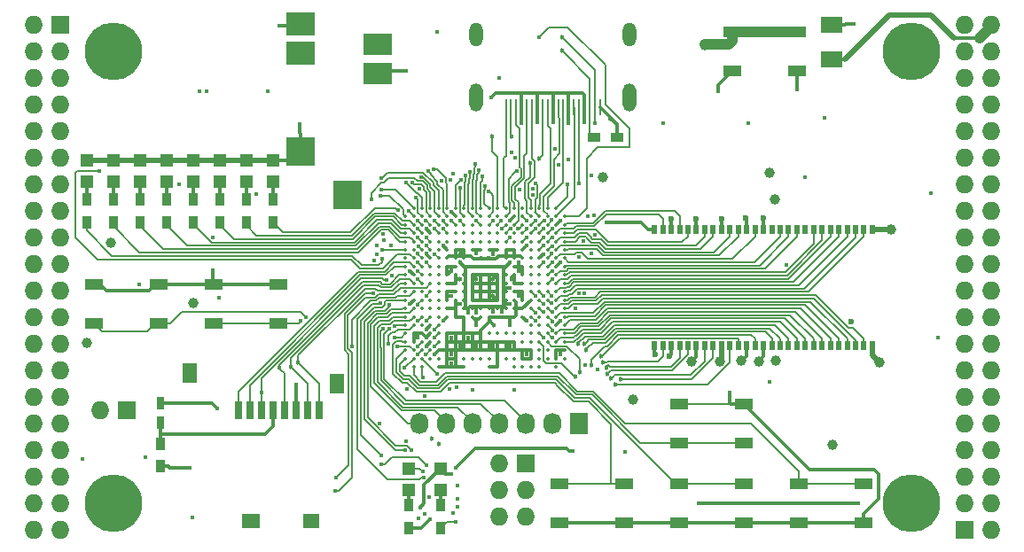
<source format=gtl>
G04 #@! TF.FileFunction,Copper,L1,Top,Signal*
%FSLAX46Y46*%
G04 Gerber Fmt 4.6, Leading zero omitted, Abs format (unit mm)*
G04 Created by KiCad (PCBNEW 4.0.5+dfsg1-4) date Tue May 23 22:35:55 2017*
%MOMM*%
%LPD*%
G01*
G04 APERTURE LIST*
%ADD10C,0.100000*%
%ADD11C,0.350000*%
%ADD12R,2.032000X1.524000*%
%ADD13R,0.700000X1.800000*%
%ADD14R,1.600000X1.400000*%
%ADD15R,1.800000X1.400000*%
%ADD16R,1.400000X1.900000*%
%ADD17R,1.800000X1.100000*%
%ADD18R,1.198880X1.198880*%
%ADD19R,2.800000X2.200000*%
%ADD20R,2.800000X2.800000*%
%ADD21R,2.800000X2.000000*%
%ADD22R,0.560000X0.900000*%
%ADD23O,1.300000X2.700000*%
%ADD24O,1.300000X2.300000*%
%ADD25R,0.250000X1.600000*%
%ADD26R,1.727200X1.727200*%
%ADD27O,1.727200X1.727200*%
%ADD28C,5.500000*%
%ADD29R,1.200000X0.900000*%
%ADD30R,1.727200X2.032000*%
%ADD31O,1.727200X2.032000*%
%ADD32R,0.900000X1.200000*%
%ADD33R,0.750000X1.200000*%
%ADD34C,0.400000*%
%ADD35C,0.600000*%
%ADD36C,1.000000*%
%ADD37C,0.454000*%
%ADD38C,0.300000*%
%ADD39C,0.500000*%
%ADD40C,1.000000*%
%ADD41C,0.190000*%
%ADD42C,0.200000*%
G04 APERTURE END LIST*
D10*
D11*
X131680000Y-80200000D03*
X132480000Y-80200000D03*
X133280000Y-80200000D03*
X134080000Y-80200000D03*
X134880000Y-80200000D03*
X135680000Y-80200000D03*
X136480000Y-80200000D03*
X137280000Y-80200000D03*
X138080000Y-80200000D03*
X138880000Y-80200000D03*
X139680000Y-80200000D03*
X140480000Y-80200000D03*
X141280000Y-80200000D03*
X142080000Y-80200000D03*
X142880000Y-80200000D03*
X143680000Y-80200000D03*
X144480000Y-80200000D03*
X145280000Y-80200000D03*
X130880000Y-81000000D03*
X131680000Y-81000000D03*
X132480000Y-81000000D03*
X133280000Y-81000000D03*
X134080000Y-81000000D03*
X134880000Y-81000000D03*
X135680000Y-81000000D03*
X136480000Y-81000000D03*
X137280000Y-81000000D03*
X138080000Y-81000000D03*
X138880000Y-81000000D03*
X139680000Y-81000000D03*
X140480000Y-81000000D03*
X141280000Y-81000000D03*
X142080000Y-81000000D03*
X142880000Y-81000000D03*
X143680000Y-81000000D03*
X144480000Y-81000000D03*
X145280000Y-81000000D03*
X146080000Y-81000000D03*
X130880000Y-81800000D03*
X131680000Y-81800000D03*
X132480000Y-81800000D03*
X133280000Y-81800000D03*
X134080000Y-81800000D03*
X134880000Y-81800000D03*
X135680000Y-81800000D03*
X136480000Y-81800000D03*
X137280000Y-81800000D03*
X138080000Y-81800000D03*
X138880000Y-81800000D03*
X139680000Y-81800000D03*
X140480000Y-81800000D03*
X141280000Y-81800000D03*
X142080000Y-81800000D03*
X142880000Y-81800000D03*
X143680000Y-81800000D03*
X144480000Y-81800000D03*
X145280000Y-81800000D03*
X146080000Y-81800000D03*
X130880000Y-82600000D03*
X131680000Y-82600000D03*
X132480000Y-82600000D03*
X133280000Y-82600000D03*
X134080000Y-82600000D03*
X134880000Y-82600000D03*
X135680000Y-82600000D03*
X136480000Y-82600000D03*
X137280000Y-82600000D03*
X138080000Y-82600000D03*
X138880000Y-82600000D03*
X139680000Y-82600000D03*
X140480000Y-82600000D03*
X141280000Y-82600000D03*
X142080000Y-82600000D03*
X142880000Y-82600000D03*
X143680000Y-82600000D03*
X144480000Y-82600000D03*
X145280000Y-82600000D03*
X146080000Y-82600000D03*
X130880000Y-83400000D03*
X131680000Y-83400000D03*
X132480000Y-83400000D03*
X133280000Y-83400000D03*
X134080000Y-83400000D03*
X134880000Y-83400000D03*
X135680000Y-83400000D03*
X136480000Y-83400000D03*
X137280000Y-83400000D03*
X138080000Y-83400000D03*
X138880000Y-83400000D03*
X139680000Y-83400000D03*
X140480000Y-83400000D03*
X141280000Y-83400000D03*
X142080000Y-83400000D03*
X142880000Y-83400000D03*
X143680000Y-83400000D03*
X144480000Y-83400000D03*
X145280000Y-83400000D03*
X146080000Y-83400000D03*
X130880000Y-84200000D03*
X131680000Y-84200000D03*
X132480000Y-84200000D03*
X133280000Y-84200000D03*
X134080000Y-84200000D03*
X134880000Y-84200000D03*
X135680000Y-84200000D03*
X136480000Y-84200000D03*
X137280000Y-84200000D03*
X138080000Y-84200000D03*
X138880000Y-84200000D03*
X139680000Y-84200000D03*
X140480000Y-84200000D03*
X141280000Y-84200000D03*
X142080000Y-84200000D03*
X142880000Y-84200000D03*
X143680000Y-84200000D03*
X144480000Y-84200000D03*
X145280000Y-84200000D03*
X146080000Y-84200000D03*
X130880000Y-85000000D03*
X131680000Y-85000000D03*
X132480000Y-85000000D03*
X133280000Y-85000000D03*
X134080000Y-85000000D03*
X134880000Y-85000000D03*
X135680000Y-85000000D03*
X136480000Y-85000000D03*
X137280000Y-85000000D03*
X138080000Y-85000000D03*
X138880000Y-85000000D03*
X139680000Y-85000000D03*
X140480000Y-85000000D03*
X141280000Y-85000000D03*
X142080000Y-85000000D03*
X142880000Y-85000000D03*
X143680000Y-85000000D03*
X144480000Y-85000000D03*
X145280000Y-85000000D03*
X146080000Y-85000000D03*
X130880000Y-85800000D03*
X131680000Y-85800000D03*
X132480000Y-85800000D03*
X133280000Y-85800000D03*
X134080000Y-85800000D03*
X134880000Y-85800000D03*
X135680000Y-85800000D03*
X136480000Y-85800000D03*
X137280000Y-85800000D03*
X138080000Y-85800000D03*
X138880000Y-85800000D03*
X139680000Y-85800000D03*
X140480000Y-85800000D03*
X141280000Y-85800000D03*
X142080000Y-85800000D03*
X142880000Y-85800000D03*
X143680000Y-85800000D03*
X144480000Y-85800000D03*
X145280000Y-85800000D03*
X146080000Y-85800000D03*
X130880000Y-86600000D03*
X131680000Y-86600000D03*
X132480000Y-86600000D03*
X133280000Y-86600000D03*
X134080000Y-86600000D03*
X134880000Y-86600000D03*
X135680000Y-86600000D03*
X136480000Y-86600000D03*
X137280000Y-86600000D03*
X138080000Y-86600000D03*
X138880000Y-86600000D03*
X139680000Y-86600000D03*
X140480000Y-86600000D03*
X141280000Y-86600000D03*
X142080000Y-86600000D03*
X142880000Y-86600000D03*
X143680000Y-86600000D03*
X144480000Y-86600000D03*
X145280000Y-86600000D03*
X146080000Y-86600000D03*
X130880000Y-87400000D03*
X131680000Y-87400000D03*
X132480000Y-87400000D03*
X133280000Y-87400000D03*
X134080000Y-87400000D03*
X134880000Y-87400000D03*
X135680000Y-87400000D03*
X136480000Y-87400000D03*
X137280000Y-87400000D03*
X138080000Y-87400000D03*
X138880000Y-87400000D03*
X139680000Y-87400000D03*
X140480000Y-87400000D03*
X141280000Y-87400000D03*
X142080000Y-87400000D03*
X142880000Y-87400000D03*
X143680000Y-87400000D03*
X144480000Y-87400000D03*
X145280000Y-87400000D03*
X146080000Y-87400000D03*
X130880000Y-88200000D03*
X131680000Y-88200000D03*
X132480000Y-88200000D03*
X133280000Y-88200000D03*
X134080000Y-88200000D03*
X134880000Y-88200000D03*
X135680000Y-88200000D03*
X136480000Y-88200000D03*
X137280000Y-88200000D03*
X138080000Y-88200000D03*
X138880000Y-88200000D03*
X139680000Y-88200000D03*
X140480000Y-88200000D03*
X141280000Y-88200000D03*
X142080000Y-88200000D03*
X142880000Y-88200000D03*
X143680000Y-88200000D03*
X144480000Y-88200000D03*
X145280000Y-88200000D03*
X146080000Y-88200000D03*
X130880000Y-89000000D03*
X131680000Y-89000000D03*
X132480000Y-89000000D03*
X133280000Y-89000000D03*
X134080000Y-89000000D03*
X134880000Y-89000000D03*
X135680000Y-89000000D03*
X136480000Y-89000000D03*
X137280000Y-89000000D03*
X138080000Y-89000000D03*
X138880000Y-89000000D03*
X139680000Y-89000000D03*
X140480000Y-89000000D03*
X141280000Y-89000000D03*
X142080000Y-89000000D03*
X142880000Y-89000000D03*
X143680000Y-89000000D03*
X144480000Y-89000000D03*
X145280000Y-89000000D03*
X146080000Y-89000000D03*
X130880000Y-89800000D03*
X131680000Y-89800000D03*
X132480000Y-89800000D03*
X133280000Y-89800000D03*
X134080000Y-89800000D03*
X134880000Y-89800000D03*
X135680000Y-89800000D03*
X136480000Y-89800000D03*
X137280000Y-89800000D03*
X138080000Y-89800000D03*
X138880000Y-89800000D03*
X139680000Y-89800000D03*
X140480000Y-89800000D03*
X141280000Y-89800000D03*
X142080000Y-89800000D03*
X142880000Y-89800000D03*
X143680000Y-89800000D03*
X144480000Y-89800000D03*
X145280000Y-89800000D03*
X146080000Y-89800000D03*
X130880000Y-90600000D03*
X131680000Y-90600000D03*
X132480000Y-90600000D03*
X133280000Y-90600000D03*
X134080000Y-90600000D03*
X134880000Y-90600000D03*
X135680000Y-90600000D03*
X136480000Y-90600000D03*
X137280000Y-90600000D03*
X138080000Y-90600000D03*
X138880000Y-90600000D03*
X139680000Y-90600000D03*
X140480000Y-90600000D03*
X141280000Y-90600000D03*
X142080000Y-90600000D03*
X142880000Y-90600000D03*
X143680000Y-90600000D03*
X144480000Y-90600000D03*
X145280000Y-90600000D03*
X146080000Y-90600000D03*
X130880000Y-91400000D03*
X131680000Y-91400000D03*
X132480000Y-91400000D03*
X133280000Y-91400000D03*
X134080000Y-91400000D03*
X142880000Y-91400000D03*
X143680000Y-91400000D03*
X144480000Y-91400000D03*
X145280000Y-91400000D03*
X146080000Y-91400000D03*
X130880000Y-92200000D03*
X131680000Y-92200000D03*
X132480000Y-92200000D03*
X133280000Y-92200000D03*
X134080000Y-92200000D03*
X134880000Y-92200000D03*
X135680000Y-92200000D03*
X136480000Y-92200000D03*
X137280000Y-92200000D03*
X138080000Y-92200000D03*
X138880000Y-92200000D03*
X139680000Y-92200000D03*
X140480000Y-92200000D03*
X141280000Y-92200000D03*
X142080000Y-92200000D03*
X142880000Y-92200000D03*
X143680000Y-92200000D03*
X144480000Y-92200000D03*
X145280000Y-92200000D03*
X146080000Y-92200000D03*
X130880000Y-93000000D03*
X131680000Y-93000000D03*
X132480000Y-93000000D03*
X133280000Y-93000000D03*
X134080000Y-93000000D03*
X134880000Y-93000000D03*
X135680000Y-93000000D03*
X136480000Y-93000000D03*
X137280000Y-93000000D03*
X138080000Y-93000000D03*
X138880000Y-93000000D03*
X139680000Y-93000000D03*
X140480000Y-93000000D03*
X141280000Y-93000000D03*
X142080000Y-93000000D03*
X142880000Y-93000000D03*
X143680000Y-93000000D03*
X144480000Y-93000000D03*
X145280000Y-93000000D03*
X146080000Y-93000000D03*
X130880000Y-93800000D03*
X131680000Y-93800000D03*
X132480000Y-93800000D03*
X133280000Y-93800000D03*
X134080000Y-93800000D03*
X134880000Y-93800000D03*
X135680000Y-93800000D03*
X136480000Y-93800000D03*
X137280000Y-93800000D03*
X138080000Y-93800000D03*
X138880000Y-93800000D03*
X139680000Y-93800000D03*
X140480000Y-93800000D03*
X141280000Y-93800000D03*
X142080000Y-93800000D03*
X142880000Y-93800000D03*
X143680000Y-93800000D03*
X144480000Y-93800000D03*
X145280000Y-93800000D03*
X146080000Y-93800000D03*
X130880000Y-94600000D03*
X131680000Y-94600000D03*
X132480000Y-94600000D03*
X133280000Y-94600000D03*
X134080000Y-94600000D03*
X134880000Y-94600000D03*
X135680000Y-94600000D03*
X136480000Y-94600000D03*
X137280000Y-94600000D03*
X138080000Y-94600000D03*
X138880000Y-94600000D03*
X139680000Y-94600000D03*
X140480000Y-94600000D03*
X141280000Y-94600000D03*
X142080000Y-94600000D03*
X142880000Y-94600000D03*
X143680000Y-94600000D03*
X144480000Y-94600000D03*
X145280000Y-94600000D03*
X146080000Y-94600000D03*
X131680000Y-95400000D03*
X132480000Y-95400000D03*
X134080000Y-95400000D03*
X134880000Y-95400000D03*
X135680000Y-95400000D03*
X136480000Y-95400000D03*
X138880000Y-95400000D03*
X139680000Y-95400000D03*
X141280000Y-95400000D03*
X142080000Y-95400000D03*
X142880000Y-95400000D03*
X143680000Y-95400000D03*
X145280000Y-95400000D03*
D12*
X171570000Y-65992000D03*
X171570000Y-62690000D03*
D13*
X114930000Y-99520000D03*
X116030000Y-99520000D03*
X117130000Y-99520000D03*
X118230000Y-99520000D03*
X119330000Y-99520000D03*
X120430000Y-99520000D03*
X121530000Y-99520000D03*
X122630000Y-99520000D03*
D14*
X121920000Y-110120000D03*
D15*
X116120000Y-110120000D03*
D16*
X124320000Y-96970000D03*
X110270000Y-95970000D03*
D17*
X101160000Y-87510000D03*
X107360000Y-87510000D03*
X101160000Y-91210000D03*
X107360000Y-91210000D03*
X112590000Y-87510000D03*
X118790000Y-87510000D03*
X112590000Y-91210000D03*
X118790000Y-91210000D03*
X157040000Y-98940000D03*
X163240000Y-98940000D03*
X157040000Y-102640000D03*
X163240000Y-102640000D03*
X163240000Y-110260000D03*
X157040000Y-110260000D03*
X163240000Y-106560000D03*
X157040000Y-106560000D03*
X151810000Y-110260000D03*
X145610000Y-110260000D03*
X151810000Y-106560000D03*
X145610000Y-106560000D03*
X174670000Y-110260000D03*
X168470000Y-110260000D03*
X174670000Y-106560000D03*
X168470000Y-106560000D03*
D18*
X118230000Y-77709020D03*
X118230000Y-75610980D03*
X115690000Y-77709020D03*
X115690000Y-75610980D03*
X113150000Y-77709020D03*
X113150000Y-75610980D03*
X110610000Y-77709020D03*
X110610000Y-75610980D03*
X108070000Y-77709020D03*
X108070000Y-75610980D03*
X105530000Y-77709020D03*
X105530000Y-75610980D03*
X102990000Y-77709020D03*
X102990000Y-75610980D03*
X100450000Y-77709020D03*
X100450000Y-75610980D03*
D19*
X120880000Y-62640000D03*
X120880000Y-65440000D03*
D20*
X120880000Y-74840000D03*
X125330000Y-78940000D03*
D21*
X128280000Y-67340000D03*
X128280000Y-64540000D03*
D22*
X175480000Y-82270000D03*
X154680000Y-93330000D03*
X155480000Y-93330000D03*
X156280000Y-93330000D03*
X157080000Y-93330000D03*
X157880000Y-93330000D03*
X158680000Y-93330000D03*
X159480000Y-93330000D03*
X160280000Y-93330000D03*
X161080000Y-93330000D03*
X161880000Y-93330000D03*
X162680000Y-93330000D03*
X163480000Y-93330000D03*
X164280000Y-93330000D03*
X165080000Y-93330000D03*
X165880000Y-93330000D03*
X166680000Y-93330000D03*
X167480000Y-93330000D03*
X168280000Y-93330000D03*
X169080000Y-93330000D03*
X169880000Y-93330000D03*
X170680000Y-93330000D03*
X171480000Y-93330000D03*
X172280000Y-93330000D03*
X173080000Y-93330000D03*
X173880000Y-93330000D03*
X174680000Y-93330000D03*
X175480000Y-93330000D03*
X174680000Y-82270000D03*
X173880000Y-82270000D03*
X173080000Y-82270000D03*
X172280000Y-82270000D03*
X171480000Y-82270000D03*
X170680000Y-82270000D03*
X169880000Y-82270000D03*
X169080000Y-82270000D03*
X168280000Y-82270000D03*
X167480000Y-82270000D03*
X166680000Y-82270000D03*
X165880000Y-82270000D03*
X165080000Y-82270000D03*
X164280000Y-82270000D03*
X163480000Y-82270000D03*
X162680000Y-82270000D03*
X161880000Y-82270000D03*
X161080000Y-82270000D03*
X160280000Y-82270000D03*
X159480000Y-82270000D03*
X158680000Y-82270000D03*
X157880000Y-82270000D03*
X157080000Y-82270000D03*
X156280000Y-82270000D03*
X155480000Y-82270000D03*
X154680000Y-82270000D03*
D23*
X152280000Y-69650000D03*
X137680000Y-69650000D03*
D24*
X137680000Y-63600000D03*
D25*
X140480000Y-70600000D03*
X140980000Y-70600000D03*
X141480000Y-70600000D03*
X141980000Y-70600000D03*
X142480000Y-70600000D03*
X142980000Y-70600000D03*
X143480000Y-70600000D03*
X143980000Y-70600000D03*
X144480000Y-70600000D03*
X144980000Y-70600000D03*
X145480000Y-70600000D03*
X145980000Y-70600000D03*
X146480000Y-70600000D03*
X146980000Y-70600000D03*
X147480000Y-70600000D03*
X147980000Y-70600000D03*
X148480000Y-70600000D03*
X148980000Y-70600000D03*
X149480000Y-70600000D03*
D24*
X152280000Y-63600000D03*
D26*
X97910000Y-62690000D03*
D27*
X95370000Y-62690000D03*
X97910000Y-65230000D03*
X95370000Y-65230000D03*
X97910000Y-67770000D03*
X95370000Y-67770000D03*
X97910000Y-70310000D03*
X95370000Y-70310000D03*
X97910000Y-72850000D03*
X95370000Y-72850000D03*
X97910000Y-75390000D03*
X95370000Y-75390000D03*
X97910000Y-77930000D03*
X95370000Y-77930000D03*
X97910000Y-80470000D03*
X95370000Y-80470000D03*
X97910000Y-83010000D03*
X95370000Y-83010000D03*
X97910000Y-85550000D03*
X95370000Y-85550000D03*
X97910000Y-88090000D03*
X95370000Y-88090000D03*
X97910000Y-90630000D03*
X95370000Y-90630000D03*
X97910000Y-93170000D03*
X95370000Y-93170000D03*
X97910000Y-95710000D03*
X95370000Y-95710000D03*
X97910000Y-98250000D03*
X95370000Y-98250000D03*
X97910000Y-100790000D03*
X95370000Y-100790000D03*
X97910000Y-103330000D03*
X95370000Y-103330000D03*
X97910000Y-105870000D03*
X95370000Y-105870000D03*
X97910000Y-108410000D03*
X95370000Y-108410000D03*
X97910000Y-110950000D03*
X95370000Y-110950000D03*
D26*
X184270000Y-110950000D03*
D27*
X186810000Y-110950000D03*
X184270000Y-108410000D03*
X186810000Y-108410000D03*
X184270000Y-105870000D03*
X186810000Y-105870000D03*
X184270000Y-103330000D03*
X186810000Y-103330000D03*
X184270000Y-100790000D03*
X186810000Y-100790000D03*
X184270000Y-98250000D03*
X186810000Y-98250000D03*
X184270000Y-95710000D03*
X186810000Y-95710000D03*
X184270000Y-93170000D03*
X186810000Y-93170000D03*
X184270000Y-90630000D03*
X186810000Y-90630000D03*
X184270000Y-88090000D03*
X186810000Y-88090000D03*
X184270000Y-85550000D03*
X186810000Y-85550000D03*
X184270000Y-83010000D03*
X186810000Y-83010000D03*
X184270000Y-80470000D03*
X186810000Y-80470000D03*
X184270000Y-77930000D03*
X186810000Y-77930000D03*
X184270000Y-75390000D03*
X186810000Y-75390000D03*
X184270000Y-72850000D03*
X186810000Y-72850000D03*
X184270000Y-70310000D03*
X186810000Y-70310000D03*
X184270000Y-67770000D03*
X186810000Y-67770000D03*
X184270000Y-65230000D03*
X186810000Y-65230000D03*
X184270000Y-62690000D03*
X186810000Y-62690000D03*
D28*
X102990000Y-108410000D03*
X179190000Y-108410000D03*
X179190000Y-65230000D03*
X102990000Y-65230000D03*
D17*
X168320000Y-67080000D03*
X162120000Y-67080000D03*
X168320000Y-63380000D03*
X162120000Y-63380000D03*
D29*
X151080000Y-73485000D03*
X148880000Y-73485000D03*
D26*
X104260000Y-99520000D03*
D27*
X101720000Y-99520000D03*
D30*
X147440000Y-100790000D03*
D31*
X144900000Y-100790000D03*
X142360000Y-100790000D03*
X139820000Y-100790000D03*
X137280000Y-100790000D03*
X134740000Y-100790000D03*
X132200000Y-100790000D03*
D18*
X131184000Y-105074980D03*
X131184000Y-107173020D03*
X134232000Y-107173020D03*
X134232000Y-105074980D03*
D32*
X131184000Y-108580000D03*
X131184000Y-110780000D03*
X134232000Y-110780000D03*
X134232000Y-108580000D03*
D33*
X107480000Y-100750000D03*
X107480000Y-98850000D03*
D32*
X107480000Y-102700000D03*
X107480000Y-104900000D03*
D26*
X142360000Y-104600000D03*
D27*
X139820000Y-104600000D03*
X142360000Y-107140000D03*
X139820000Y-107140000D03*
X142360000Y-109680000D03*
X139820000Y-109680000D03*
D32*
X118230000Y-81570000D03*
X118230000Y-79370000D03*
X115690000Y-81570000D03*
X115690000Y-79370000D03*
X113150000Y-81570000D03*
X113150000Y-79370000D03*
X110610000Y-81570000D03*
X110610000Y-79370000D03*
X108070000Y-81570000D03*
X108070000Y-79370000D03*
X105530000Y-81570000D03*
X105530000Y-79370000D03*
X102990000Y-81570000D03*
X102990000Y-79370000D03*
X100450000Y-81570000D03*
X100450000Y-79370000D03*
D34*
X120770000Y-72215000D03*
X133216000Y-109934000D03*
D35*
X161067993Y-81216119D03*
X165056614Y-81112829D03*
D36*
X177293185Y-82218075D03*
X158233687Y-94852616D03*
X162992748Y-94820185D03*
D34*
X147987361Y-72048054D03*
X146472205Y-72119437D03*
X144995724Y-72043543D03*
X143485784Y-72030166D03*
X141993027Y-72056172D03*
D35*
X156280000Y-81210838D03*
D34*
X167276175Y-85638646D03*
X112935911Y-99344089D03*
X131254529Y-86251357D03*
D36*
X159480000Y-64600000D03*
D34*
X140880000Y-81400000D03*
X136085174Y-89394826D03*
X145680000Y-91000000D03*
X135280000Y-80600000D03*
X145680000Y-81400000D03*
X139080000Y-69600000D03*
X120430000Y-97050000D03*
X150080000Y-81600000D03*
X131280000Y-89400000D03*
X133690245Y-94180159D03*
D37*
X139312644Y-91359700D03*
D34*
X140874194Y-91433353D03*
X145680000Y-85422010D03*
X132880424Y-84565132D03*
X144080000Y-84600000D03*
X145680000Y-94200000D03*
X135280000Y-95000000D03*
X135280000Y-94200000D03*
X142480000Y-94200000D03*
X140880000Y-93400000D03*
X139280000Y-93400000D03*
X137680000Y-93400000D03*
X136080000Y-93400000D03*
X136880000Y-92600000D03*
X135280000Y-92600000D03*
X132880000Y-91800000D03*
X132880000Y-93400000D03*
X132880000Y-82200000D03*
D37*
X141042859Y-86994997D03*
X139280000Y-87000000D03*
X136110990Y-86995403D03*
X139280000Y-88600000D03*
X137680000Y-87000000D03*
X136080000Y-84600000D03*
D34*
X133157010Y-107839890D03*
D36*
X166193920Y-79388894D03*
X165656988Y-76826063D03*
X102731849Y-83486234D03*
X171691460Y-102804953D03*
D34*
X150457224Y-71672365D03*
X173680000Y-62600000D03*
D36*
X166280000Y-94800000D03*
X100479904Y-93063904D03*
D34*
X116638639Y-78850286D03*
X109315000Y-77930000D03*
D35*
X163422030Y-81120665D03*
X173423383Y-91076878D03*
D36*
X176134461Y-94945539D03*
D35*
X154726292Y-94171363D03*
X156077107Y-94380779D03*
D36*
X160908408Y-94850523D03*
D35*
X158680000Y-81210838D03*
D34*
X170935000Y-71580000D03*
X181730000Y-92550000D03*
X112515000Y-83010000D03*
X165680000Y-96800000D03*
X133880000Y-63400000D03*
X148639876Y-77124934D03*
X181065000Y-78785000D03*
X128441330Y-100795881D03*
X110529662Y-109760338D03*
X110280000Y-105000000D03*
X100080000Y-104200000D03*
X113080000Y-88800000D03*
X139820000Y-67770000D03*
D36*
X164653770Y-94825547D03*
X149710735Y-77289735D03*
D34*
X137665894Y-91402446D03*
X135273306Y-88618602D03*
X139272517Y-84611349D03*
X137680556Y-84534085D03*
X141680000Y-86200000D03*
X135280000Y-86200000D03*
X132880000Y-92600000D03*
X132080000Y-92600000D03*
X141680000Y-88600000D03*
X141680000Y-85400000D03*
D36*
X152621047Y-98519969D03*
D34*
X136885174Y-90194826D03*
X140094890Y-90122990D03*
X139280000Y-90122990D03*
X140880000Y-89400000D03*
X137680000Y-90172990D03*
X140880000Y-87800000D03*
X140880000Y-85400000D03*
D37*
X136080000Y-85400000D03*
D34*
X129842442Y-91487871D03*
X121408624Y-90632457D03*
X129838418Y-92539772D03*
X120880000Y-91000000D03*
D36*
X110617371Y-89287199D03*
D34*
X142480000Y-91000000D03*
X142480000Y-83800000D03*
X134480000Y-83800000D03*
X134480000Y-91000000D03*
X105462439Y-87482966D03*
X155480000Y-72078965D03*
X117749531Y-69040000D03*
X174110000Y-108410000D03*
X158870000Y-108410000D03*
X135884156Y-106696010D03*
X137288700Y-97538741D03*
X133680000Y-91800000D03*
D37*
X134074414Y-102752225D03*
D34*
X135085458Y-97531790D03*
X135855186Y-108022639D03*
D37*
X133449289Y-102232615D03*
D34*
X133680000Y-92600000D03*
X132752670Y-98178920D03*
X128610113Y-104714568D03*
X132918584Y-104800000D03*
X135853254Y-108792386D03*
X133685668Y-93402482D03*
X130914528Y-102469652D03*
X131039363Y-97487286D03*
X135471949Y-109365878D03*
X132846234Y-94197073D03*
X118810854Y-62760893D03*
X130927442Y-67119621D03*
D37*
X145851858Y-65189228D03*
D34*
X148991194Y-72093683D03*
D37*
X145873729Y-63920849D03*
D34*
X143680000Y-63900000D03*
X140035989Y-81400000D03*
X129095296Y-87048250D03*
X132077895Y-86214963D03*
X117121665Y-97817265D03*
X118843798Y-95498222D03*
D37*
X119978162Y-95412951D03*
X120634035Y-94977604D03*
D34*
X168319170Y-68882010D03*
X160775000Y-69040000D03*
X147480000Y-77822010D03*
X146387166Y-77918991D03*
X131453853Y-103296209D03*
D37*
X148653935Y-95239949D03*
D34*
X144885216Y-91021238D03*
D37*
X149619858Y-94378867D03*
D34*
X144885689Y-90132858D03*
D37*
X150895161Y-97104924D03*
D34*
X144890381Y-83866022D03*
D37*
X151426924Y-96584651D03*
D34*
X144894101Y-83022010D03*
D37*
X150518912Y-96497510D03*
D34*
X144901285Y-86268736D03*
D37*
X150197861Y-96013257D03*
D34*
X144888562Y-86993817D03*
D37*
X150072035Y-95446034D03*
D34*
X144877648Y-88622010D03*
D37*
X149779241Y-94944191D03*
D34*
X144869421Y-89288847D03*
D37*
X148110244Y-93760618D03*
D34*
X144882782Y-91877646D03*
D37*
X147402091Y-93209005D03*
D34*
X144080000Y-92600000D03*
D37*
X147982902Y-93193733D03*
D34*
X144882352Y-92577990D03*
X130807074Y-95454141D03*
X130124012Y-93413277D03*
X132080000Y-93400000D03*
X129279152Y-93216670D03*
X133919980Y-96038729D03*
X141280000Y-97600000D03*
X132572818Y-96383863D03*
X135770000Y-97338127D03*
X132080000Y-94200000D03*
X128645750Y-84222251D03*
X106080000Y-104000000D03*
X129334585Y-89482640D03*
X132080000Y-89444020D03*
X130839486Y-103354982D03*
X128602801Y-103872537D03*
X132656192Y-105976192D03*
X128490573Y-89279880D03*
X132880000Y-88600000D03*
X127816438Y-88312067D03*
X124253981Y-105982535D03*
X132080000Y-87000000D03*
X125827283Y-93452662D03*
X124202418Y-107207639D03*
D37*
X139185419Y-73378045D03*
X141029139Y-73391006D03*
X143625670Y-75521246D03*
X142775852Y-75939146D03*
D34*
X132150284Y-109889120D03*
X111880000Y-69040000D03*
X132748035Y-109420684D03*
X111230000Y-69025000D03*
X135158117Y-77502884D03*
X135274882Y-81390604D03*
X134546021Y-81390604D03*
X133091535Y-76687359D03*
X133595078Y-76531839D03*
X128595255Y-77377807D03*
X127643658Y-79355564D03*
X128515897Y-78994176D03*
X128569727Y-78469921D03*
X131565025Y-77790995D03*
X132210454Y-78375833D03*
X132857990Y-81390526D03*
X128759841Y-82710093D03*
X132084821Y-82977990D03*
X128861437Y-83258636D03*
X132886504Y-83777990D03*
X129500613Y-83777990D03*
X132117443Y-83866021D03*
X128148484Y-83767060D03*
X132079996Y-84503337D03*
X128123478Y-84637835D03*
X133671942Y-84595200D03*
X127946860Y-85226552D03*
X132875802Y-85421990D03*
D37*
X147140083Y-96339917D03*
X147534467Y-95913260D03*
D34*
X148074116Y-95229326D03*
X143280000Y-91000000D03*
X149207706Y-95605291D03*
X144082424Y-90132858D03*
X147125926Y-89802879D03*
X144035793Y-89397606D03*
X143281824Y-90201951D03*
X144080517Y-85397219D03*
X147422472Y-84858593D03*
X144886544Y-85385186D03*
X148975652Y-82755341D03*
X144080000Y-83000000D03*
X144885092Y-82177990D03*
X147470668Y-88324835D03*
X144082832Y-88584510D03*
X147997681Y-88324844D03*
X143278026Y-88595030D03*
X148935852Y-80899014D03*
X144076901Y-82186448D03*
X148337768Y-80975785D03*
X144866392Y-81333979D03*
X139280000Y-81400000D03*
X138857381Y-78600803D03*
X138474753Y-78117762D03*
X138223359Y-77164182D03*
X137589337Y-75974186D03*
X137906348Y-76577236D03*
X137680000Y-81400000D03*
X137023753Y-76742518D03*
X136645199Y-77109176D03*
X136170384Y-77530992D03*
X136102010Y-78268593D03*
X135473781Y-76949230D03*
X136080000Y-81400000D03*
X148668800Y-84550385D03*
X144877691Y-84532933D03*
X147894174Y-83335809D03*
X144080000Y-83800000D03*
X143020312Y-78979262D03*
X142473549Y-82998913D03*
X143087229Y-78375187D03*
X142457990Y-82191394D03*
X145494012Y-76055333D03*
X144146021Y-81374784D03*
X143323210Y-77837480D03*
X146456648Y-75528334D03*
X143302010Y-82194992D03*
X143302010Y-81381735D03*
X145172870Y-74577299D03*
X141820108Y-78446944D03*
X141657990Y-82130345D03*
X142457990Y-81382236D03*
X140080000Y-82200000D03*
X141499915Y-76647924D03*
X141046643Y-74873804D03*
X140864029Y-83041403D03*
X140924011Y-82179283D03*
X141329877Y-75415642D03*
X129599528Y-86644074D03*
X132880000Y-83000000D03*
X132080000Y-82177990D03*
X132080000Y-81400000D03*
X131880000Y-79200000D03*
X130919839Y-77742623D03*
X132397609Y-77214811D03*
X133680000Y-82200000D03*
X133702010Y-81400000D03*
X129306502Y-91735782D03*
X132880000Y-91000000D03*
X128743234Y-91729555D03*
X132077648Y-90977990D03*
X130173445Y-80398223D03*
X131180000Y-80500000D03*
X128664038Y-85066262D03*
X132079620Y-85370951D03*
X163632576Y-72096470D03*
X134314106Y-77564232D03*
X134480000Y-82200000D03*
X135680000Y-110200000D03*
X146844288Y-103452739D03*
X132540000Y-105400000D03*
X135680000Y-105037990D03*
X132280000Y-108800000D03*
X135248000Y-105616000D03*
X101631196Y-76659251D03*
X112515000Y-86185000D03*
X161880000Y-97800000D03*
X151896383Y-103510715D03*
X169030000Y-77295000D03*
D38*
X120770000Y-73030000D02*
X120770000Y-72215000D01*
X120880000Y-74840000D02*
X120880000Y-73140000D01*
X120880000Y-73140000D02*
X120770000Y-73030000D01*
X118230000Y-75610980D02*
X120109020Y-75610980D01*
X120109020Y-75610980D02*
X120880000Y-74840000D01*
X131184000Y-110780000D02*
X132368460Y-110780000D01*
X132368460Y-110780000D02*
X133214460Y-109934000D01*
X133214460Y-109934000D02*
X133216000Y-109934000D01*
X142280000Y-69200000D02*
X141880000Y-69200000D01*
X141980000Y-69300000D02*
X141880000Y-69200000D01*
X141880000Y-69200000D02*
X139480000Y-69200000D01*
X141980000Y-70600000D02*
X141980000Y-69300000D01*
X161080000Y-81228126D02*
X161067993Y-81216119D01*
X161080000Y-82270000D02*
X161080000Y-81228126D01*
X165080000Y-81136215D02*
X165056614Y-81112829D01*
X165080000Y-82270000D02*
X165080000Y-81136215D01*
X177241260Y-82270000D02*
X177293185Y-82218075D01*
D39*
X175480000Y-82270000D02*
X177241260Y-82270000D01*
D38*
X158680000Y-94406303D02*
X158433686Y-94652617D01*
X158433686Y-94652617D02*
X158233687Y-94852616D01*
X158680000Y-93330000D02*
X158680000Y-94406303D01*
X163192747Y-94620186D02*
X162992748Y-94820185D01*
X163480000Y-94332933D02*
X163192747Y-94620186D01*
X163480000Y-93330000D02*
X163480000Y-94332933D01*
X147980000Y-72040693D02*
X147987361Y-72048054D01*
X147980000Y-70600000D02*
X147980000Y-72040693D01*
X146480000Y-72111642D02*
X146472205Y-72119437D01*
X146480000Y-70600000D02*
X146480000Y-72111642D01*
X144980000Y-72027819D02*
X144995724Y-72043543D01*
X144980000Y-70600000D02*
X144980000Y-72027819D01*
X143480000Y-72024382D02*
X143485784Y-72030166D01*
X143480000Y-70600000D02*
X143480000Y-72024382D01*
X141980000Y-72043145D02*
X141993027Y-72056172D01*
X141980000Y-70600000D02*
X141980000Y-72043145D01*
X156280000Y-82270000D02*
X156280000Y-81210838D01*
X112735912Y-99144090D02*
X112935911Y-99344089D01*
X107480000Y-98850000D02*
X112441822Y-98850000D01*
X112441822Y-98850000D02*
X112735912Y-99144090D01*
X131331357Y-86251357D02*
X131254529Y-86251357D01*
X131680000Y-86600000D02*
X131331357Y-86251357D01*
D40*
X168320000Y-63380000D02*
X162120000Y-63380000D01*
X162120000Y-63380000D02*
X162120000Y-64230000D01*
X162120000Y-64230000D02*
X161755000Y-64595000D01*
X161755000Y-64595000D02*
X159485000Y-64595000D01*
D38*
X159485000Y-64595000D02*
X159480000Y-64600000D01*
X141280000Y-81000000D02*
X140880000Y-81400000D01*
X135685174Y-89394826D02*
X135802332Y-89394826D01*
X135680000Y-89400000D02*
X135685174Y-89394826D01*
X135802332Y-89394826D02*
X136085174Y-89394826D01*
X145454999Y-91225001D02*
X145680000Y-91000000D01*
X145280000Y-91400000D02*
X145454999Y-91225001D01*
X135680000Y-81000000D02*
X135280000Y-80600000D01*
X135054999Y-84825001D02*
X137080000Y-84825001D01*
X137280000Y-85000000D02*
X137105001Y-84825001D01*
X137105001Y-84825001D02*
X137080000Y-84825001D01*
X138280000Y-85088351D02*
X137368351Y-85088351D01*
X137368351Y-85088351D02*
X137280000Y-85000000D01*
X139680000Y-86600000D02*
X139280000Y-87000000D01*
X139680000Y-88200000D02*
X139680000Y-89000000D01*
X139680000Y-87400000D02*
X139680000Y-88200000D01*
X139680000Y-86600000D02*
X139680000Y-87400000D01*
X137280000Y-88200000D02*
X137280000Y-89000000D01*
X137280000Y-87400000D02*
X137280000Y-88200000D01*
X137280000Y-86600000D02*
X137280000Y-87400000D01*
X138880000Y-87400000D02*
X138880000Y-88200000D01*
X138880000Y-86600000D02*
X138880000Y-87400000D01*
X138080000Y-87400000D02*
X138080000Y-86600000D01*
X138080000Y-88200000D02*
X138080000Y-87400000D01*
X138080000Y-89000000D02*
X138080000Y-88200000D01*
X138080000Y-88200000D02*
X138880000Y-88200000D01*
X138080000Y-87400000D02*
X138880000Y-87400000D01*
X137280000Y-87400000D02*
X138080000Y-87400000D01*
X145454999Y-81625001D02*
X145680000Y-81400000D01*
X145280000Y-81800000D02*
X145454999Y-81625001D01*
X139480000Y-69200000D02*
X139080000Y-69600000D01*
X120430000Y-99520000D02*
X120430000Y-97050000D01*
X153430000Y-81600000D02*
X150080000Y-81600000D01*
X154680000Y-82270000D02*
X154100000Y-82270000D01*
X154100000Y-82270000D02*
X153430000Y-81600000D01*
X141480000Y-89800000D02*
X141480000Y-89200000D01*
X141480000Y-89200000D02*
X141280000Y-89000000D01*
X141280000Y-89800000D02*
X141480000Y-89800000D01*
X141480000Y-89800000D02*
X142080000Y-89800000D01*
X141454999Y-90425001D02*
X141454999Y-89825001D01*
X141454999Y-89825001D02*
X141480000Y-89800000D01*
X131680000Y-89000000D02*
X131280000Y-89400000D01*
X133699841Y-94180159D02*
X133690245Y-94180159D01*
X134080000Y-93800000D02*
X133699841Y-94180159D01*
X139085645Y-91132701D02*
X139312644Y-91359700D01*
X138880000Y-90927056D02*
X139085645Y-91132701D01*
X138880000Y-90600000D02*
X138880000Y-90927056D01*
X140874194Y-90605806D02*
X140874194Y-91150511D01*
X140880000Y-90600000D02*
X140874194Y-90605806D01*
X140874194Y-91150511D02*
X140874194Y-91433353D01*
X140480000Y-90600000D02*
X140880000Y-90600000D01*
X140880000Y-90600000D02*
X141280000Y-90600000D01*
X139680000Y-90600000D02*
X140480000Y-90600000D01*
X138880000Y-90600000D02*
X139680000Y-90600000D01*
X145280000Y-85800000D02*
X145657990Y-85422010D01*
X145657990Y-85422010D02*
X145680000Y-85422010D01*
X133280000Y-85000000D02*
X132880424Y-84600424D01*
X132880424Y-84600424D02*
X132880424Y-84565132D01*
X141280000Y-85000000D02*
X141280000Y-84800000D01*
X141280000Y-84200000D02*
X141280000Y-85000000D01*
X140480000Y-84200000D02*
X141280000Y-84200000D01*
X141280000Y-84800000D02*
X141280000Y-84200000D01*
X141905001Y-84825001D02*
X141305001Y-84825001D01*
X141305001Y-84825001D02*
X141280000Y-84800000D01*
X140480000Y-85000000D02*
X140480000Y-84200000D01*
X139680000Y-85000000D02*
X139680000Y-84898347D01*
X139680000Y-84898347D02*
X139753346Y-84825001D01*
X138280000Y-85088351D02*
X138680000Y-85088351D01*
X138280000Y-85088351D02*
X139489996Y-85088351D01*
X138080000Y-85000000D02*
X138191649Y-85000000D01*
X138191649Y-85000000D02*
X138280000Y-85088351D01*
X138880000Y-85000000D02*
X138768351Y-85000000D01*
X138768351Y-85000000D02*
X138680000Y-85088351D01*
X135680000Y-84200000D02*
X135680000Y-84800000D01*
X135680000Y-84800000D02*
X135680000Y-85000000D01*
X135054999Y-84825001D02*
X135654999Y-84825001D01*
X135654999Y-84825001D02*
X135680000Y-84800000D01*
X136480000Y-85000000D02*
X136480000Y-84200000D01*
X134880000Y-85000000D02*
X135054999Y-84825001D01*
X138880000Y-87400000D02*
X139680000Y-87400000D01*
X138880000Y-88200000D02*
X138880000Y-89000000D01*
X138880000Y-88200000D02*
X139680000Y-88200000D01*
X137280000Y-88200000D02*
X138080000Y-88200000D01*
X141280000Y-90600000D02*
X141454999Y-90425001D01*
X142280000Y-69200000D02*
X143480000Y-69200000D01*
X143480000Y-69200000D02*
X144980000Y-69200000D01*
X143480000Y-70600000D02*
X143480000Y-69200000D01*
X144980000Y-69200000D02*
X146480000Y-69200000D01*
X144980000Y-70600000D02*
X144980000Y-69200000D01*
X146480000Y-69200000D02*
X147780000Y-69200000D01*
X146480000Y-70600000D02*
X146480000Y-69200000D01*
X147980000Y-69400000D02*
X147980000Y-70600000D01*
X147780000Y-69200000D02*
X147980000Y-69400000D01*
D39*
X115690000Y-75610980D02*
X118230000Y-75610980D01*
X113150000Y-75610980D02*
X115690000Y-75610980D01*
X110610000Y-75610980D02*
X113150000Y-75610980D01*
X108070000Y-75610980D02*
X110610000Y-75610980D01*
X105530000Y-75610980D02*
X108070000Y-75610980D01*
X102990000Y-75610980D02*
X105530000Y-75610980D01*
X100450000Y-75610980D02*
X102990000Y-75610980D01*
D38*
X143680000Y-85000000D02*
X144080000Y-84600000D01*
X142080000Y-89800000D02*
X142880000Y-89000000D01*
X145680000Y-93800000D02*
X145280000Y-93800000D01*
X146080000Y-93800000D02*
X145680000Y-93800000D01*
X145680000Y-93800000D02*
X145680000Y-94200000D01*
X135680000Y-89400000D02*
X135680000Y-89800000D01*
X135680000Y-89000000D02*
X135680000Y-89400000D01*
X135280000Y-95400000D02*
X135680000Y-95400000D01*
X134880000Y-95400000D02*
X135280000Y-95400000D01*
X135280000Y-95400000D02*
X135280000Y-95000000D01*
X135280000Y-93800000D02*
X135680000Y-93800000D01*
X134880000Y-93800000D02*
X135280000Y-93800000D01*
X135280000Y-93800000D02*
X135280000Y-94200000D01*
X142480000Y-93800000D02*
X142080000Y-93800000D01*
X142880000Y-93800000D02*
X142480000Y-93800000D01*
X142480000Y-93800000D02*
X142480000Y-94200000D01*
X140880000Y-93000000D02*
X141280000Y-93000000D01*
X140480000Y-93000000D02*
X140880000Y-93000000D01*
X140880000Y-93000000D02*
X140880000Y-93400000D01*
X139280000Y-93000000D02*
X138880000Y-93000000D01*
X139680000Y-93000000D02*
X139280000Y-93000000D01*
X139280000Y-93000000D02*
X139280000Y-93400000D01*
X137680000Y-93000000D02*
X137280000Y-93000000D01*
X137680000Y-93000000D02*
X137680000Y-93400000D01*
X138080000Y-93000000D02*
X137680000Y-93000000D01*
X136080000Y-93000000D02*
X135680000Y-93000000D01*
X136480000Y-93000000D02*
X136080000Y-93000000D01*
X136080000Y-93000000D02*
X136080000Y-93400000D01*
X136880000Y-93000000D02*
X136480000Y-93000000D01*
X137280000Y-93000000D02*
X136880000Y-93000000D01*
X136880000Y-93000000D02*
X136880000Y-92600000D01*
X135280000Y-93000000D02*
X135680000Y-93000000D01*
X134880000Y-93000000D02*
X135280000Y-93000000D01*
X135280000Y-93000000D02*
X135280000Y-92600000D01*
X133280000Y-91400000D02*
X132880000Y-91800000D01*
X133280000Y-93000000D02*
X132880000Y-93400000D01*
X133280000Y-82600000D02*
X132880000Y-82200000D01*
X139753346Y-84825001D02*
X141905001Y-84825001D01*
X139489996Y-85088351D02*
X139753346Y-84825001D01*
X141905001Y-84825001D02*
X142080000Y-85000000D01*
X141042859Y-86837141D02*
X141042859Y-86994997D01*
X141280000Y-86600000D02*
X141042859Y-86837141D01*
X135684597Y-86995403D02*
X135789964Y-86995403D01*
X135680000Y-87000000D02*
X135684597Y-86995403D01*
X135789964Y-86995403D02*
X136110990Y-86995403D01*
X135680000Y-87000000D02*
X135680000Y-86600000D01*
X135680000Y-87400000D02*
X135680000Y-87000000D01*
X138880000Y-90600000D02*
X138880000Y-91091880D01*
X138880000Y-91091880D02*
X138080000Y-91891880D01*
X138080000Y-91891880D02*
X138080000Y-92200000D01*
X136480000Y-90600000D02*
X136480000Y-92200000D01*
X139680000Y-89000000D02*
X139280000Y-88600000D01*
X137280000Y-86600000D02*
X137680000Y-87000000D01*
X136480000Y-84200000D02*
X136080000Y-84600000D01*
X141280000Y-86600000D02*
X141280000Y-87400000D01*
X142080000Y-87400000D02*
X141280000Y-87400000D01*
X135680000Y-84200000D02*
X136480000Y-84200000D01*
X134880000Y-87400000D02*
X135680000Y-87400000D01*
X138880000Y-86600000D02*
X139680000Y-86600000D01*
X138080000Y-86600000D02*
X138880000Y-86600000D01*
X137280000Y-86600000D02*
X138080000Y-86600000D01*
X138880000Y-89000000D02*
X139680000Y-89000000D01*
X138080000Y-89000000D02*
X138880000Y-89000000D01*
X137280000Y-89000000D02*
X138080000Y-89000000D01*
X135680000Y-89800000D02*
X134880000Y-89800000D01*
X135680000Y-90600000D02*
X135680000Y-89800000D01*
X135680000Y-90600000D02*
X136480000Y-90600000D01*
X140480000Y-93000000D02*
X139680000Y-93000000D01*
X139680000Y-93800000D02*
X140480000Y-93800000D01*
X139680000Y-93800000D02*
X139680000Y-94600000D01*
X139680000Y-95400000D02*
X139680000Y-94600000D01*
X138880000Y-95400000D02*
X139680000Y-95400000D01*
X135680000Y-95400000D02*
X136480000Y-95400000D01*
X135680000Y-95400000D02*
X135680000Y-94600000D01*
X134880000Y-95400000D02*
X134080000Y-95400000D01*
X134880000Y-94600000D02*
X134880000Y-95400000D01*
X134080000Y-93800000D02*
X134880000Y-93800000D01*
X134880000Y-94600000D02*
X134880000Y-93800000D01*
X135680000Y-94600000D02*
X134880000Y-94600000D01*
X135680000Y-93800000D02*
X135680000Y-94600000D01*
X134880000Y-93000000D02*
X134880000Y-93800000D01*
X134880000Y-92200000D02*
X134880000Y-93000000D01*
X135680000Y-92200000D02*
X134880000Y-92200000D01*
X135680000Y-93800000D02*
X136480000Y-93800000D01*
X135680000Y-93000000D02*
X135680000Y-93800000D01*
X135680000Y-92200000D02*
X135680000Y-93000000D01*
X135680000Y-92200000D02*
X136480000Y-92200000D01*
X136480000Y-92200000D02*
X137280000Y-92200000D01*
X137280000Y-93800000D02*
X137280000Y-93000000D01*
X136480000Y-93800000D02*
X137280000Y-93800000D01*
X136480000Y-93000000D02*
X136480000Y-93800000D01*
X136480000Y-92200000D02*
X136480000Y-93000000D01*
X137280000Y-92200000D02*
X138080000Y-92200000D01*
X137280000Y-93800000D02*
X138080000Y-93800000D01*
X137280000Y-92200000D02*
X137280000Y-93000000D01*
X138080000Y-92200000D02*
X138080000Y-93000000D01*
X138080000Y-93000000D02*
X138880000Y-93000000D01*
X138080000Y-93800000D02*
X138080000Y-93000000D01*
X138880000Y-93800000D02*
X138080000Y-93800000D01*
X138880000Y-93000000D02*
X138880000Y-93800000D01*
X139680000Y-93800000D02*
X139680000Y-93000000D01*
X138880000Y-93800000D02*
X139680000Y-93800000D01*
X140480000Y-93000000D02*
X140480000Y-93800000D01*
X141280000Y-93000000D02*
X141280000Y-93800000D01*
X141280000Y-93800000D02*
X142080000Y-93800000D01*
X140480000Y-93800000D02*
X141280000Y-93800000D01*
X142080000Y-94600000D02*
X142880000Y-94600000D01*
X142080000Y-93800000D02*
X142080000Y-94600000D01*
X142880000Y-94600000D02*
X142880000Y-93800000D01*
X145280000Y-93800000D02*
X145280000Y-94600000D01*
X150657223Y-71872364D02*
X150457224Y-71672365D01*
X151080000Y-72295141D02*
X150657223Y-71872364D01*
X151080000Y-72735000D02*
X151080000Y-72295141D01*
X151080000Y-73485000D02*
X151080000Y-72735000D01*
X151080000Y-72200000D02*
X151080000Y-72735000D01*
X149480000Y-70600000D02*
X151080000Y-72200000D01*
X172976000Y-62600000D02*
X173680000Y-62600000D01*
X171570000Y-62690000D02*
X172886000Y-62690000D01*
X172886000Y-62690000D02*
X172976000Y-62600000D01*
X171570000Y-65992000D02*
X172886000Y-65992000D01*
X183245038Y-63965038D02*
X185722827Y-63965038D01*
D39*
X172886000Y-65992000D02*
X177078000Y-61800000D01*
D38*
X186810000Y-62877865D02*
X186810000Y-62690000D01*
D39*
X177078000Y-61800000D02*
X181080000Y-61800000D01*
X181080000Y-61800000D02*
X183245038Y-63965038D01*
D40*
X185722827Y-63965038D02*
X186810000Y-62877865D01*
D38*
X163480000Y-81178635D02*
X163422030Y-81120665D01*
X163480000Y-82270000D02*
X163480000Y-81178635D01*
D39*
X175480000Y-94291078D02*
X175634462Y-94445540D01*
X175480000Y-93330000D02*
X175480000Y-94291078D01*
X175634462Y-94445540D02*
X176134461Y-94945539D01*
D38*
X154680000Y-93330000D02*
X154680000Y-94125071D01*
X154680000Y-94125071D02*
X154726292Y-94171363D01*
X156280000Y-94177886D02*
X156077107Y-94380779D01*
X156280000Y-93330000D02*
X156280000Y-94177886D01*
D39*
X161080000Y-94678931D02*
X160908408Y-94850523D01*
X161080000Y-93330000D02*
X161080000Y-94678931D01*
D38*
X158680000Y-82270000D02*
X158680000Y-81210838D01*
X134880000Y-86600000D02*
X135280000Y-86200000D01*
X135280000Y-85800000D02*
X135280000Y-86200000D01*
X134880000Y-85800000D02*
X134880000Y-86600000D01*
X108330000Y-105000000D02*
X110280000Y-105000000D01*
X107480000Y-104900000D02*
X108230000Y-104900000D01*
X108230000Y-104900000D02*
X108330000Y-105000000D01*
X164853769Y-94625548D02*
X164653770Y-94825547D01*
X165080000Y-94399317D02*
X164853769Y-94625548D01*
X165080000Y-93330000D02*
X165080000Y-94399317D01*
X137665894Y-91119604D02*
X137665894Y-91402446D01*
X137665894Y-90814106D02*
X137665894Y-91119604D01*
X137680000Y-90800000D02*
X137665894Y-90814106D01*
X137680000Y-90800000D02*
X137880000Y-90800000D01*
X137480000Y-90800000D02*
X137680000Y-90800000D01*
X137880000Y-90800000D02*
X138080000Y-90600000D01*
X137280000Y-90600000D02*
X137480000Y-90800000D01*
X132880000Y-92600000D02*
X133280000Y-92200000D01*
X132480000Y-92200000D02*
X132880000Y-92600000D01*
X134990464Y-88618602D02*
X135273306Y-88618602D01*
X134898602Y-88618602D02*
X134990464Y-88618602D01*
X134880000Y-88600000D02*
X134898602Y-88618602D01*
X139272517Y-84328507D02*
X139272517Y-84611349D01*
X139272517Y-84207483D02*
X139272517Y-84328507D01*
X139280000Y-84200000D02*
X139272517Y-84207483D01*
X137680556Y-84200556D02*
X137680556Y-84251243D01*
X137680000Y-84200000D02*
X137680556Y-84200556D01*
X137680556Y-84251243D02*
X137680556Y-84534085D01*
X142080000Y-88600000D02*
X142080000Y-89000000D01*
X142080000Y-88200000D02*
X142080000Y-88600000D01*
X141680000Y-85800000D02*
X141680000Y-86200000D01*
X135280000Y-85800000D02*
X135680000Y-85800000D01*
X134880000Y-85800000D02*
X135280000Y-85800000D01*
X132080000Y-92200000D02*
X132480000Y-92200000D01*
X131680000Y-92200000D02*
X132080000Y-92200000D01*
X132080000Y-92200000D02*
X132080000Y-92600000D01*
X131680000Y-93000000D02*
X131680000Y-92200000D01*
X134880000Y-88600000D02*
X134880000Y-89000000D01*
X134880000Y-88200000D02*
X134880000Y-88600000D01*
X141680000Y-88200000D02*
X142080000Y-88200000D01*
X141280000Y-88200000D02*
X141680000Y-88200000D01*
X141680000Y-88200000D02*
X141680000Y-88600000D01*
X141680000Y-85800000D02*
X142080000Y-85800000D01*
X141280000Y-85800000D02*
X141680000Y-85800000D01*
X141680000Y-85800000D02*
X141680000Y-85400000D01*
X139280000Y-84200000D02*
X139680000Y-84200000D01*
X138880000Y-84200000D02*
X139280000Y-84200000D01*
X137680000Y-84200000D02*
X138080000Y-84200000D01*
X137280000Y-84200000D02*
X137680000Y-84200000D01*
X142080000Y-85800000D02*
X142080000Y-86600000D01*
X134880000Y-88200000D02*
X135680000Y-88200000D01*
X136654999Y-86800000D02*
X136654999Y-87200000D01*
X136654999Y-86600000D02*
X136654999Y-86800000D01*
X136654999Y-86800000D02*
X136654999Y-86774999D01*
X136654999Y-86774999D02*
X136480000Y-86600000D01*
X136654999Y-87200000D02*
X136654999Y-88200000D01*
X136480000Y-87400000D02*
X136654999Y-87225001D01*
X136654999Y-87225001D02*
X136654999Y-87200000D01*
X136885174Y-89911984D02*
X136885174Y-90194826D01*
X136880000Y-89800000D02*
X136885174Y-89805174D01*
X136885174Y-89805174D02*
X136885174Y-89911984D01*
X138080000Y-89625001D02*
X138880000Y-89625001D01*
X138880000Y-89625001D02*
X139280000Y-89625001D01*
X138880000Y-89800000D02*
X138880000Y-89625001D01*
X138080000Y-89800000D02*
X138080000Y-89625001D01*
X137054999Y-89625001D02*
X137280000Y-89625001D01*
X137280000Y-89625001D02*
X137680000Y-89625001D01*
X137280000Y-89800000D02*
X137280000Y-89625001D01*
X137680000Y-89625001D02*
X138080000Y-89625001D01*
X136480000Y-89000000D02*
X136654999Y-89000000D01*
X136654999Y-88200000D02*
X136654999Y-89000000D01*
X136480000Y-88200000D02*
X136654999Y-88200000D01*
X140094890Y-89840148D02*
X140094890Y-90122990D01*
X140094890Y-89639891D02*
X140094890Y-89840148D01*
X140080000Y-89625001D02*
X140094890Y-89639891D01*
X139280000Y-89625001D02*
X139280000Y-90122990D01*
X139280000Y-89625001D02*
X139680000Y-89625001D01*
X139680000Y-89625001D02*
X140080000Y-89625001D01*
X140080000Y-89625001D02*
X140305001Y-89625001D01*
X139680000Y-89800000D02*
X139680000Y-89625001D01*
X140305001Y-89400000D02*
X140305001Y-89000000D01*
X140305001Y-89000000D02*
X140305001Y-88200000D01*
X140480000Y-89000000D02*
X140305001Y-89000000D01*
X140305001Y-88200000D02*
X140305001Y-87800000D01*
X140480000Y-88200000D02*
X140305001Y-88200000D01*
X140305001Y-87800000D02*
X140305001Y-87400000D01*
X140305001Y-87400000D02*
X140305001Y-86600000D01*
X140480000Y-87400000D02*
X140305001Y-87400000D01*
X140305001Y-86600000D02*
X140305001Y-85974999D01*
X140480000Y-86600000D02*
X140305001Y-86600000D01*
X140480000Y-85800000D02*
X139480000Y-85800000D01*
X139480000Y-85800000D02*
X138680000Y-85800000D01*
X139680000Y-85800000D02*
X139480000Y-85800000D01*
X138680000Y-85800000D02*
X137880000Y-85800000D01*
X138880000Y-85800000D02*
X138680000Y-85800000D01*
X137880000Y-85800000D02*
X137080000Y-85800000D01*
X138080000Y-85800000D02*
X137880000Y-85800000D01*
X137080000Y-85800000D02*
X136480000Y-85800000D01*
X137280000Y-85800000D02*
X137080000Y-85800000D01*
X136654999Y-85974999D02*
X136654999Y-86600000D01*
X136654999Y-89000000D02*
X136654999Y-89625001D01*
X140305001Y-89400000D02*
X140880000Y-89400000D01*
X137680000Y-89625001D02*
X137680000Y-90172990D01*
X136880000Y-89800000D02*
X137054999Y-89625001D01*
X140305001Y-89625001D02*
X140480000Y-89800000D01*
X140305001Y-87800000D02*
X140880000Y-87800000D01*
X140305001Y-89625001D02*
X140305001Y-89400000D01*
X140480000Y-85800000D02*
X140880000Y-85400000D01*
X136480000Y-89800000D02*
X136880000Y-89800000D01*
X136480000Y-85800000D02*
X136080000Y-85400000D01*
X140305001Y-85974999D02*
X140480000Y-85800000D01*
X136480000Y-85800000D02*
X136654999Y-85974999D01*
X136654999Y-89625001D02*
X136480000Y-89800000D01*
D41*
X148488968Y-98358968D02*
X147062304Y-98358968D01*
X134101837Y-97439899D02*
X132070901Y-97439899D01*
X147062304Y-98358968D02*
X145302445Y-96599106D01*
X157040000Y-106560000D02*
X156690000Y-106560000D01*
X156690000Y-106560000D02*
X148488968Y-98358968D01*
X145302445Y-96599106D02*
X134942630Y-96599106D01*
X134942630Y-96599106D02*
X134101837Y-97439899D01*
X131207825Y-96576823D02*
X130706357Y-96576823D01*
X132070901Y-97439899D02*
X131207825Y-96576823D01*
X130706357Y-96576823D02*
X130041550Y-95912016D01*
X130041550Y-95912016D02*
X130041550Y-94638450D01*
X130041550Y-94638450D02*
X130880000Y-93800000D01*
X163240000Y-106560000D02*
X157040000Y-106560000D01*
X130880000Y-91400000D02*
X129930313Y-91400000D01*
X129930313Y-91400000D02*
X129842442Y-91487871D01*
X101160000Y-91210000D02*
X101900000Y-91950000D01*
X101900000Y-91950000D02*
X106270000Y-91950000D01*
X106270000Y-91950000D02*
X107010000Y-91210000D01*
X107010000Y-91210000D02*
X107360000Y-91210000D01*
X107360000Y-91210000D02*
X108450000Y-91210000D01*
X108450000Y-91210000D02*
X109570230Y-90089770D01*
X109570230Y-90089770D02*
X120865937Y-90089770D01*
X120865937Y-90089770D02*
X121208625Y-90432458D01*
X121208625Y-90432458D02*
X121408624Y-90632457D01*
X130880000Y-92200000D02*
X130540228Y-92539772D01*
X130121260Y-92539772D02*
X129838418Y-92539772D01*
X130540228Y-92539772D02*
X130121260Y-92539772D01*
X118790000Y-91210000D02*
X120670000Y-91210000D01*
X120670000Y-91210000D02*
X120880000Y-91000000D01*
X112590000Y-91210000D02*
X118790000Y-91210000D01*
X130880000Y-93000000D02*
X130632513Y-93000000D01*
X145610000Y-106560000D02*
X150615000Y-106560000D01*
X150615000Y-106560000D02*
X151810000Y-106560000D01*
X129702002Y-96020789D02*
X130575047Y-96893834D01*
X129702002Y-93226237D02*
X129702002Y-96020789D01*
X148357659Y-98675979D02*
X150540000Y-100858320D01*
X145171135Y-96916117D02*
X145453236Y-97198218D01*
X130632513Y-93000000D02*
X130577883Y-92945370D01*
X150540000Y-100858320D02*
X150540000Y-106485000D01*
X130577883Y-92945370D02*
X129982869Y-92945370D01*
X145453236Y-97198218D02*
X146930994Y-98675979D01*
X131939591Y-97756910D02*
X134233147Y-97756910D01*
X129982869Y-92945370D02*
X129702002Y-93226237D01*
X130575047Y-96893834D02*
X131076515Y-96893834D01*
X131076515Y-96893834D02*
X131939591Y-97756910D01*
X134233147Y-97756910D02*
X135073940Y-96916117D01*
X135073940Y-96916117D02*
X145171135Y-96916117D01*
X146930994Y-98675979D02*
X148357659Y-98675979D01*
X150540000Y-106485000D02*
X150615000Y-106560000D01*
X131680000Y-95400000D02*
X131680000Y-96142798D01*
X132343079Y-96805877D02*
X133839217Y-96805877D01*
X131680000Y-96142798D02*
X132343079Y-96805877D01*
X168470000Y-105348656D02*
X168470000Y-106560000D01*
X133839217Y-96805877D02*
X134680010Y-95965084D01*
X134680010Y-95965084D02*
X145565065Y-95965084D01*
X145565065Y-95965084D02*
X147324924Y-97724946D01*
X147324924Y-97724946D02*
X148824076Y-97724946D01*
X148824076Y-97724946D02*
X151898308Y-100799179D01*
X163920523Y-100799179D02*
X168470000Y-105348656D01*
X151898308Y-100799179D02*
X163920523Y-100799179D01*
X174670000Y-106560000D02*
X168470000Y-106560000D01*
X157040000Y-102640000D02*
X153290809Y-102640000D01*
X163240000Y-102640000D02*
X157040000Y-102640000D01*
X147193614Y-98041957D02*
X147007913Y-97856256D01*
X134811320Y-96282095D02*
X133970527Y-97122888D01*
X130800127Y-96222272D02*
X130358561Y-95780706D01*
X130358561Y-95121439D02*
X130705001Y-94774999D01*
X132202211Y-97122888D02*
X131301595Y-96222272D01*
X130358561Y-95780706D02*
X130358561Y-95121439D01*
X145433755Y-96282095D02*
X134811320Y-96282095D01*
X148692766Y-98041957D02*
X147193614Y-98041957D01*
X147007913Y-97856256D02*
X145433755Y-96282095D01*
X130705001Y-94774999D02*
X130880000Y-94600000D01*
X133970527Y-97122888D02*
X132202211Y-97122888D01*
X153290809Y-102640000D02*
X148692766Y-98041957D01*
X131301595Y-96222272D02*
X130800127Y-96222272D01*
D38*
X142080000Y-90600000D02*
X142480000Y-91000000D01*
X142254999Y-84025001D02*
X142480000Y-83800000D01*
X142080000Y-84200000D02*
X142254999Y-84025001D01*
X134880000Y-84200000D02*
X134480000Y-83800000D01*
X134880000Y-90600000D02*
X134480000Y-91000000D01*
X158870000Y-108410000D02*
X174110000Y-108410000D01*
D41*
X134080000Y-91400000D02*
X133680000Y-91800000D01*
X134080000Y-92200000D02*
X133680000Y-92600000D01*
X132918584Y-104800000D02*
X132099569Y-103980985D01*
X128892955Y-104714568D02*
X128610113Y-104714568D01*
X132099569Y-103980985D02*
X129626538Y-103980985D01*
X129626538Y-103980985D02*
X128892955Y-104714568D01*
X133685668Y-93394332D02*
X133685668Y-93402482D01*
X134080000Y-93000000D02*
X133685668Y-93394332D01*
X133280000Y-93800000D02*
X132882927Y-94197073D01*
X132882927Y-94197073D02*
X132846234Y-94197073D01*
D38*
X118810854Y-62760893D02*
X120759107Y-62760893D01*
X120759107Y-62760893D02*
X120880000Y-62640000D01*
X130927442Y-67119621D02*
X128500379Y-67119621D01*
X128500379Y-67119621D02*
X128280000Y-67340000D01*
D41*
X146078857Y-65416227D02*
X145851858Y-65189228D01*
X148480000Y-67817370D02*
X146078857Y-65416227D01*
X148480000Y-70600000D02*
X148480000Y-67817370D01*
X148480000Y-70600000D02*
X148480000Y-73085000D01*
X148480000Y-73085000D02*
X148880000Y-73485000D01*
X148980000Y-72082489D02*
X148991194Y-72093683D01*
X148980000Y-70600000D02*
X148980000Y-72082489D01*
X146100728Y-64147848D02*
X145873729Y-63920849D01*
X148980000Y-67027120D02*
X146100728Y-64147848D01*
X148980000Y-70600000D02*
X148980000Y-67027120D01*
X146080000Y-81000000D02*
X147480000Y-81000000D01*
X147480000Y-81000000D02*
X148217875Y-80262125D01*
X148217875Y-80262125D02*
X148217875Y-75462125D01*
X148217875Y-75462125D02*
X149280000Y-74400000D01*
X152280000Y-72575436D02*
X149980000Y-70275436D01*
X149980000Y-66537656D02*
X146404852Y-62962508D01*
X149280000Y-74400000D02*
X152280000Y-74400000D01*
X152280000Y-74400000D02*
X152280000Y-72575436D01*
X149980000Y-70275436D02*
X149980000Y-66537656D01*
X146404852Y-62962508D02*
X144617492Y-62962508D01*
X144617492Y-62962508D02*
X143680000Y-63900000D01*
X139680000Y-81800000D02*
X140035989Y-81444011D01*
X140035989Y-81444011D02*
X140035989Y-81400000D01*
X117121665Y-96479539D02*
X126662171Y-86939033D01*
X128812454Y-87048250D02*
X129095296Y-87048250D01*
X128703237Y-86939033D02*
X128812454Y-87048250D01*
X117121665Y-97817265D02*
X117121665Y-96479539D01*
X126662171Y-86939033D02*
X128703237Y-86939033D01*
X132094963Y-86214963D02*
X132077895Y-86214963D01*
X132480000Y-86600000D02*
X132094963Y-86214963D01*
X117130000Y-99520000D02*
X117130000Y-97825600D01*
X117130000Y-97825600D02*
X117121665Y-97817265D01*
X130880000Y-86600000D02*
X130284125Y-86600000D01*
X118843798Y-95205727D02*
X118843798Y-95215380D01*
X126793481Y-87256044D02*
X118843798Y-95205727D01*
X129413874Y-87470251D02*
X128686840Y-87470251D01*
X128686840Y-87470251D02*
X128472633Y-87256044D01*
X118843798Y-95215380D02*
X118843798Y-95498222D01*
X128472633Y-87256044D02*
X126793481Y-87256044D01*
X130284125Y-86600000D02*
X129413874Y-87470251D01*
X119330000Y-95984424D02*
X119043797Y-95698221D01*
X119330000Y-99520000D02*
X119330000Y-95984424D01*
X119043797Y-95698221D02*
X118843798Y-95498222D01*
X126924791Y-87573055D02*
X119978162Y-94519684D01*
X131280000Y-87000000D02*
X130332446Y-87000000D01*
X128341323Y-87573055D02*
X126924791Y-87573055D01*
X129545184Y-87787262D02*
X128555530Y-87787262D01*
X130332446Y-87000000D02*
X129545184Y-87787262D01*
X131680000Y-87400000D02*
X131280000Y-87000000D01*
X119978162Y-94519684D02*
X119978162Y-95091925D01*
X119978162Y-95091925D02*
X119978162Y-95412951D01*
X128555530Y-87787262D02*
X128341323Y-87573055D01*
X120205161Y-95639950D02*
X119978162Y-95412951D01*
X121530000Y-96964789D02*
X120205161Y-95639950D01*
X121530000Y-99520000D02*
X121530000Y-96964789D01*
X129676494Y-88104273D02*
X128233206Y-88104273D01*
X130380766Y-87400000D02*
X129676494Y-88104273D01*
X120634035Y-94312132D02*
X120634035Y-94656578D01*
X120634035Y-94656578D02*
X120634035Y-94977604D01*
X130880000Y-87400000D02*
X130380766Y-87400000D01*
X128233206Y-88104273D02*
X128018999Y-87890066D01*
X128018999Y-87890066D02*
X127056101Y-87890066D01*
X127056101Y-87890066D02*
X120634035Y-94312132D01*
X122630000Y-99520000D02*
X122630000Y-96973569D01*
X122630000Y-96973569D02*
X120861034Y-95204603D01*
X120861034Y-95204603D02*
X120634035Y-94977604D01*
D38*
X168320000Y-68881180D02*
X168319170Y-68882010D01*
X168320000Y-67080000D02*
X168320000Y-68881180D01*
X160775000Y-69040000D02*
X160775000Y-68425000D01*
X160775000Y-68425000D02*
X162120000Y-67080000D01*
D41*
X147480000Y-70600000D02*
X147480000Y-77539168D01*
X147480000Y-77539168D02*
X147480000Y-77822010D01*
X146387166Y-78201833D02*
X146387166Y-77918991D01*
X145280000Y-80200000D02*
X146387166Y-79092834D01*
X146387166Y-79092834D02*
X146387166Y-78201833D01*
X131453853Y-103296209D02*
X131070118Y-102912474D01*
X131070118Y-102912474D02*
X129952358Y-102912474D01*
X129952358Y-102912474D02*
X127272943Y-100233059D01*
X127272095Y-91205284D02*
X128141475Y-90335904D01*
X127272943Y-100233059D02*
X127272943Y-94060808D01*
X127272943Y-94060808D02*
X127272095Y-94059960D01*
X127272095Y-94059960D02*
X127272095Y-91205284D01*
X128141475Y-90335904D02*
X129052633Y-90335904D01*
X130632513Y-89800000D02*
X130880000Y-89800000D01*
X129052633Y-90335904D02*
X129502549Y-89885988D01*
X129502549Y-89885988D02*
X130546525Y-89885988D01*
X130546525Y-89885988D02*
X130632513Y-89800000D01*
X146441738Y-86000768D02*
X165221281Y-86000768D01*
X168280000Y-82942049D02*
X168280000Y-82910000D01*
X168280000Y-82910000D02*
X168280000Y-82270000D01*
X165221281Y-86000768D02*
X168280000Y-82942049D01*
X146245505Y-86197001D02*
X146441738Y-86000768D01*
X145280000Y-86600000D02*
X145682999Y-86197001D01*
X145682999Y-86197001D02*
X146245505Y-86197001D01*
X172280000Y-82910000D02*
X172280000Y-82270000D01*
X145680000Y-87800000D02*
X146225446Y-87800000D01*
X167921188Y-87268812D02*
X172280000Y-82910000D01*
X146992034Y-87268812D02*
X167921188Y-87268812D01*
X146500286Y-87760560D02*
X146992034Y-87268812D01*
X146264886Y-87760560D02*
X146500286Y-87760560D01*
X146225446Y-87800000D02*
X146264886Y-87760560D01*
X145280000Y-88200000D02*
X145680000Y-87800000D01*
X155480000Y-82270000D02*
X155480000Y-81200000D01*
X155080000Y-80800000D02*
X150080000Y-80800000D01*
X147186067Y-81955651D02*
X146938720Y-82202999D01*
X155480000Y-81200000D02*
X155080000Y-80800000D01*
X150080000Y-80800000D02*
X148924349Y-81955651D01*
X148924349Y-81955651D02*
X147186067Y-81955651D01*
X146938720Y-82202999D02*
X145677001Y-82202999D01*
X145677001Y-82202999D02*
X145280000Y-82600000D01*
X149223760Y-91188397D02*
X150290246Y-90121911D01*
X168111911Y-90121911D02*
X170680000Y-92690000D01*
X147530430Y-91188397D02*
X149223760Y-91188397D01*
X146918828Y-91800000D02*
X147530430Y-91188397D01*
X145280000Y-92200000D02*
X145680000Y-91800000D01*
X145680000Y-91800000D02*
X146918828Y-91800000D01*
X150290246Y-90121911D02*
X168111911Y-90121911D01*
X170680000Y-92690000D02*
X170680000Y-93330000D01*
X148653935Y-94680266D02*
X148653935Y-94918923D01*
X149926727Y-93407474D02*
X148653935Y-94680266D01*
X163930988Y-92340988D02*
X151209416Y-92340988D01*
X151209416Y-92340988D02*
X150142930Y-93407474D01*
X164280000Y-92690000D02*
X163930988Y-92340988D01*
X148653935Y-94918923D02*
X148653935Y-95239949D01*
X164280000Y-93330000D02*
X164280000Y-92690000D01*
X150142930Y-93407474D02*
X149926727Y-93407474D01*
X144480000Y-90600000D02*
X144885216Y-91005216D01*
X144885216Y-91005216D02*
X144885216Y-91021238D01*
X173080000Y-82910000D02*
X173080000Y-82270000D01*
X168454852Y-87585823D02*
X173080000Y-82960675D01*
X173080000Y-82960675D02*
X173080000Y-82910000D01*
X147123344Y-87585823D02*
X168454852Y-87585823D01*
X146631596Y-88077571D02*
X147123344Y-87585823D01*
X146396196Y-88077571D02*
X146631596Y-88077571D01*
X146273767Y-88200000D02*
X146396196Y-88077571D01*
X146080000Y-88200000D02*
X146273767Y-88200000D01*
X146196243Y-85683757D02*
X164752418Y-85683757D01*
X167480000Y-82956175D02*
X167480000Y-82910000D01*
X164752418Y-85683757D02*
X167480000Y-82956175D01*
X167480000Y-82910000D02*
X167480000Y-82270000D01*
X146080000Y-85800000D02*
X146196243Y-85683757D01*
X149089786Y-82272662D02*
X150281803Y-83464680D01*
X157325320Y-83464680D02*
X157880000Y-82910000D01*
X157880000Y-82910000D02*
X157880000Y-82270000D01*
X150281803Y-83464680D02*
X157325320Y-83464680D01*
X146990039Y-82600000D02*
X147317378Y-82272662D01*
X146080000Y-82600000D02*
X146990039Y-82600000D01*
X147317378Y-82272662D02*
X149089786Y-82272662D01*
X147040833Y-92126316D02*
X147661740Y-91505408D01*
X167628922Y-90438922D02*
X169880000Y-92690000D01*
X150421556Y-90438922D02*
X167628922Y-90438922D01*
X147661740Y-91505408D02*
X149355070Y-91505408D01*
X146080000Y-92200000D02*
X146327487Y-92200000D01*
X146401171Y-92126316D02*
X147040833Y-92126316D01*
X146327487Y-92200000D02*
X146401171Y-92126316D01*
X169880000Y-92690000D02*
X169880000Y-93330000D01*
X149355070Y-91505408D02*
X150421556Y-90438922D01*
X162680000Y-92690000D02*
X162647999Y-92657999D01*
X151340726Y-92657999D02*
X149846857Y-94151868D01*
X149846857Y-94151868D02*
X149619858Y-94378867D01*
X162680000Y-93330000D02*
X162680000Y-92690000D01*
X162647999Y-92657999D02*
X151340726Y-92657999D01*
X144812858Y-90132858D02*
X144885689Y-90132858D01*
X144480000Y-89800000D02*
X144812858Y-90132858D01*
X146527506Y-88394582D02*
X146762906Y-88394582D01*
X147254654Y-87902834D02*
X168953878Y-87902834D01*
X145680000Y-88600000D02*
X146322088Y-88600000D01*
X173880000Y-82976712D02*
X173880000Y-82910000D01*
X168953878Y-87902834D02*
X173880000Y-82976712D01*
X146322088Y-88600000D02*
X146527506Y-88394582D01*
X145280000Y-89000000D02*
X145680000Y-88600000D01*
X173880000Y-82910000D02*
X173880000Y-82270000D01*
X146762906Y-88394582D02*
X147254654Y-87902834D01*
X146080000Y-81800000D02*
X146254999Y-81625001D01*
X146254999Y-81625001D02*
X148806678Y-81625001D01*
X148806678Y-81625001D02*
X149961679Y-80470000D01*
X149961679Y-80470000D02*
X156591710Y-80470000D01*
X156591710Y-80470000D02*
X157080000Y-80958290D01*
X157080000Y-80958290D02*
X157080000Y-81630000D01*
X157080000Y-81630000D02*
X157080000Y-82270000D01*
X157080000Y-82270000D02*
X157080000Y-82599602D01*
X169880000Y-82910000D02*
X169880000Y-82270000D01*
X146598104Y-86317779D02*
X167201352Y-86317779D01*
X169880000Y-83639131D02*
X169880000Y-82910000D01*
X167201352Y-86317779D02*
X169880000Y-83639131D01*
X146080000Y-86600000D02*
X146315883Y-86600000D01*
X146315883Y-86600000D02*
X146598104Y-86317779D01*
X148773091Y-83177342D02*
X149546144Y-83177342D01*
X150150493Y-83781691D02*
X158608309Y-83781691D01*
X158608309Y-83781691D02*
X159480000Y-82910000D01*
X149546144Y-83177342D02*
X150150493Y-83781691D01*
X148553651Y-82923035D02*
X148553651Y-82957902D01*
X159480000Y-82910000D02*
X159480000Y-82270000D01*
X148220289Y-82589673D02*
X148553651Y-82923035D01*
X145280000Y-83400000D02*
X145682999Y-82997001D01*
X147448687Y-82589673D02*
X148220289Y-82589673D01*
X147041359Y-82997001D02*
X147448687Y-82589673D01*
X145682999Y-82997001D02*
X147041359Y-82997001D01*
X148553651Y-82957902D02*
X148773091Y-83177342D01*
X161880000Y-94947495D02*
X161880000Y-94638959D01*
X150895161Y-97104924D02*
X159722571Y-97104924D01*
X159722571Y-97104924D02*
X161880000Y-94947495D01*
D42*
X161880000Y-93330000D02*
X161880000Y-94638959D01*
X144480000Y-84200000D02*
X144813978Y-83866022D01*
X144813978Y-83866022D02*
X144890381Y-83866022D01*
D41*
X169417298Y-88219845D02*
X174680000Y-82957143D01*
X174680000Y-82910000D02*
X174680000Y-82270000D01*
X148975386Y-88746846D02*
X149502386Y-88219845D01*
X174680000Y-82957143D02*
X174680000Y-82910000D01*
X146370410Y-89000000D02*
X146623564Y-88746845D01*
X146623564Y-88746845D02*
X148975386Y-88746846D01*
X146080000Y-89000000D02*
X146370410Y-89000000D01*
X149502386Y-88219845D02*
X169417298Y-88219845D01*
X149092450Y-90871386D02*
X150158936Y-89804900D01*
X171480000Y-92690000D02*
X171480000Y-93330000D01*
X146080000Y-91400000D02*
X146608614Y-90871386D01*
X168594900Y-89804900D02*
X171480000Y-92690000D01*
X150158936Y-89804900D02*
X168594900Y-89804900D01*
X146608614Y-90871386D02*
X149092450Y-90871386D01*
X150019183Y-84098702D02*
X159091298Y-84098702D01*
X148088979Y-82906684D02*
X148236640Y-83054345D01*
X147579997Y-82906684D02*
X148088979Y-82906684D01*
X160280000Y-82910000D02*
X160280000Y-82270000D01*
X148236640Y-83054345D02*
X148236640Y-83089212D01*
X146080000Y-83400000D02*
X147086681Y-83400000D01*
X149414834Y-83494353D02*
X150019183Y-84098702D01*
X148236640Y-83089212D02*
X148641781Y-83494353D01*
X159091298Y-84098702D02*
X160280000Y-82910000D01*
X147086681Y-83400000D02*
X147579997Y-82906684D01*
X148641781Y-83494353D02*
X149414834Y-83494353D01*
X149633696Y-88536856D02*
X170035667Y-88536856D01*
X174680000Y-92690000D02*
X174680000Y-93330000D01*
X173664011Y-91674011D02*
X174680000Y-92690000D01*
X146754874Y-89063856D02*
X149106697Y-89063856D01*
X146418730Y-89400000D02*
X146754874Y-89063856D01*
X173172822Y-91674011D02*
X173664011Y-91674011D01*
X145280000Y-89800000D02*
X145680000Y-89400000D01*
X145680000Y-89400000D02*
X146418730Y-89400000D01*
X170035667Y-88536856D02*
X173172822Y-91674011D01*
X149106697Y-89063856D02*
X149633696Y-88536856D01*
X151747950Y-96584651D02*
X151426924Y-96584651D01*
X160280000Y-94494992D02*
X158190341Y-96584651D01*
X160280000Y-93330000D02*
X160280000Y-94494992D01*
X158190341Y-96584651D02*
X151747950Y-96584651D01*
D42*
X144480000Y-83400000D02*
X144857990Y-83022010D01*
X144857990Y-83022010D02*
X144894101Y-83022010D01*
D41*
X148501668Y-83802561D02*
X145677439Y-83802561D01*
X148510471Y-83811364D02*
X148501668Y-83802561D01*
X160374287Y-84415713D02*
X149887873Y-84415713D01*
X145454999Y-84025001D02*
X145280000Y-84200000D01*
X149283527Y-83811364D02*
X148510471Y-83811364D01*
X149702172Y-84230012D02*
X149283527Y-83811364D01*
X149887873Y-84415713D02*
X149702172Y-84230012D01*
X145677439Y-83802561D02*
X145454999Y-84025001D01*
X161880000Y-82910000D02*
X160374287Y-84415713D01*
X161880000Y-82270000D02*
X161880000Y-82910000D01*
X162680000Y-82910000D02*
X162680000Y-82270000D01*
X148379161Y-84128375D02*
X149152218Y-84128375D01*
X148370358Y-84119572D02*
X148379161Y-84128375D01*
X149756563Y-84732724D02*
X160857276Y-84732724D01*
X146407915Y-84119572D02*
X148370358Y-84119572D01*
X146327487Y-84200000D02*
X146407915Y-84119572D01*
X160857276Y-84732724D02*
X162680000Y-82910000D01*
X146080000Y-84200000D02*
X146327487Y-84200000D01*
X149152218Y-84128375D02*
X149756563Y-84732724D01*
X170680000Y-83287452D02*
X170680000Y-82910000D01*
X167332662Y-86634790D02*
X170680000Y-83287452D01*
X145680000Y-87000000D02*
X146364204Y-87000000D01*
X146729414Y-86634790D02*
X167332662Y-86634790D01*
X146364204Y-87000000D02*
X146729414Y-86634790D01*
X145280000Y-87400000D02*
X145680000Y-87000000D01*
X170680000Y-82910000D02*
X170680000Y-82270000D01*
X159480000Y-93330000D02*
X159480000Y-94826632D01*
X159480000Y-94826632D02*
X158170991Y-96135641D01*
X158170991Y-96135641D02*
X150880781Y-96135641D01*
X150880781Y-96135641D02*
X150745911Y-96270511D01*
X150745911Y-96270511D02*
X150518912Y-96497510D01*
X144811264Y-86268736D02*
X144901285Y-86268736D01*
X144480000Y-86600000D02*
X144811264Y-86268736D01*
X147727616Y-84436583D02*
X148340768Y-85049735D01*
X164280000Y-82910000D02*
X164280000Y-82270000D01*
X148340768Y-85049735D02*
X162140265Y-85049735D01*
X147070550Y-84597001D02*
X147230968Y-84436583D01*
X145682999Y-84597001D02*
X147070550Y-84597001D01*
X145280000Y-85000000D02*
X145682999Y-84597001D01*
X162140265Y-85049735D02*
X164280000Y-82910000D01*
X147230968Y-84436583D02*
X147727616Y-84436583D01*
X171480000Y-82910000D02*
X171480000Y-82270000D01*
X171480000Y-82940475D02*
X171480000Y-82910000D01*
X146860724Y-86951801D02*
X167468674Y-86951801D01*
X146080000Y-87400000D02*
X146412525Y-87400000D01*
X146412525Y-87400000D02*
X146860724Y-86951801D01*
X167468674Y-86951801D02*
X171480000Y-82940475D01*
X173880000Y-92829510D02*
X173880000Y-93330000D01*
X169904357Y-88853867D02*
X173880000Y-92829510D01*
X149765006Y-88853867D02*
X169904357Y-88853867D01*
X146467051Y-89800000D02*
X146886184Y-89380867D01*
X146886184Y-89380867D02*
X149238007Y-89380867D01*
X146080000Y-89800000D02*
X146467051Y-89800000D01*
X149238007Y-89380867D02*
X149765006Y-88853867D01*
X145280000Y-90600000D02*
X145678604Y-90201396D01*
X149896316Y-89170878D02*
X169596075Y-89170878D01*
X145678604Y-90201396D02*
X146899881Y-90201396D01*
X169596075Y-89170878D02*
X173080000Y-92654803D01*
X146923365Y-90224880D02*
X148842314Y-90224880D01*
X148842314Y-90224880D02*
X149896316Y-89170878D01*
X146899881Y-90201396D02*
X146923365Y-90224880D01*
X173080000Y-92654803D02*
X173080000Y-92690000D01*
X173080000Y-92690000D02*
X173080000Y-93330000D01*
X172280000Y-92690000D02*
X172280000Y-93330000D01*
X150027626Y-89487889D02*
X169077889Y-89487889D01*
X148961140Y-90554375D02*
X150027626Y-89487889D01*
X146327487Y-90600000D02*
X146373112Y-90554375D01*
X169077889Y-89487889D02*
X172280000Y-92690000D01*
X146080000Y-90600000D02*
X146327487Y-90600000D01*
X146373112Y-90554375D02*
X148961140Y-90554375D01*
X150424860Y-95786258D02*
X150197861Y-96013257D01*
X156365663Y-95676907D02*
X150534211Y-95676907D01*
X157880000Y-94162570D02*
X156365663Y-95676907D01*
X157880000Y-93330000D02*
X157880000Y-94162570D01*
X150534211Y-95676907D02*
X150424860Y-95786258D01*
X144886183Y-86993817D02*
X144888562Y-86993817D01*
X144480000Y-87400000D02*
X144886183Y-86993817D01*
X157080000Y-94514249D02*
X156234353Y-95359896D01*
X150439895Y-95359896D02*
X150299034Y-95219035D01*
X157080000Y-93330000D02*
X157080000Y-94514249D01*
X156234353Y-95359896D02*
X150439895Y-95359896D01*
X150299034Y-95219035D02*
X150072035Y-95446034D01*
X144877648Y-88597648D02*
X144877648Y-88622010D01*
X144480000Y-88200000D02*
X144877648Y-88597648D01*
X150100267Y-94944191D02*
X149779241Y-94944191D01*
X150218511Y-94825947D02*
X150100267Y-94944191D01*
X155031091Y-94825947D02*
X150218511Y-94825947D01*
X155480000Y-94377038D02*
X155031091Y-94825947D01*
X155480000Y-93330000D02*
X155480000Y-94377038D01*
X144768847Y-89288847D02*
X144869421Y-89288847D01*
X144480000Y-89000000D02*
X144768847Y-89288847D01*
X148780399Y-93090463D02*
X148337243Y-93533619D01*
X150011620Y-93090463D02*
X148780399Y-93090463D01*
X165213977Y-92023977D02*
X151078106Y-92023977D01*
X165880000Y-92690000D02*
X165213977Y-92023977D01*
X148337243Y-93533619D02*
X148110244Y-93760618D01*
X151078106Y-92023977D02*
X150011620Y-93090463D01*
X165880000Y-93330000D02*
X165880000Y-92690000D01*
X144882782Y-91802782D02*
X144882782Y-91877646D01*
X144480000Y-91400000D02*
X144882782Y-91802782D01*
X169080000Y-92690000D02*
X169080000Y-93330000D01*
X147079971Y-92443327D02*
X147172143Y-92443327D01*
X149486380Y-91822419D02*
X150552866Y-90755933D01*
X146923298Y-92600000D02*
X147079971Y-92443327D01*
X145680000Y-92600000D02*
X146923298Y-92600000D01*
X150552866Y-90755933D02*
X167145933Y-90755933D01*
X167145933Y-90755933D02*
X169080000Y-92690000D01*
X147793050Y-91822419D02*
X149486380Y-91822419D01*
X145280000Y-93000000D02*
X145680000Y-92600000D01*
X147172143Y-92443327D02*
X147793050Y-91822419D01*
X147303453Y-92760338D02*
X147924360Y-92139430D01*
X149617690Y-92139430D02*
X150684176Y-91072944D01*
X150684176Y-91072944D02*
X166662944Y-91072944D01*
X166662944Y-91072944D02*
X168280000Y-92690000D01*
X147924360Y-92139430D02*
X149617690Y-92139430D01*
X146080000Y-93000000D02*
X146971619Y-93000000D01*
X168280000Y-92690000D02*
X168280000Y-93330000D01*
X146971619Y-93000000D02*
X147211281Y-92760338D01*
X147211281Y-92760338D02*
X147303453Y-92760338D01*
X146080000Y-85000000D02*
X146446746Y-85366746D01*
X166680000Y-82910000D02*
X166680000Y-82270000D01*
X164223254Y-85366746D02*
X166680000Y-82910000D01*
X146446746Y-85366746D02*
X164223254Y-85366746D01*
X150815486Y-91389955D02*
X149749000Y-92456441D01*
X166179955Y-91389955D02*
X150815486Y-91389955D01*
X167480000Y-92690000D02*
X166179955Y-91389955D01*
X149749000Y-92456441D02*
X148055670Y-92456441D01*
X167480000Y-93330000D02*
X167480000Y-92690000D01*
X148055670Y-92456441D02*
X147402091Y-93110020D01*
X147402091Y-93110020D02*
X147402091Y-93209005D01*
X143680000Y-92200000D02*
X144080000Y-92600000D01*
X148209901Y-92966734D02*
X147982902Y-93193733D01*
X148403183Y-92773452D02*
X148209901Y-92966734D01*
X165696966Y-91706966D02*
X150946796Y-91706966D01*
X150946796Y-91706966D02*
X149880310Y-92773452D01*
X149880310Y-92773452D02*
X148403183Y-92773452D01*
X166680000Y-93330000D02*
X166680000Y-92690000D01*
X166680000Y-92690000D02*
X165696966Y-91706966D01*
X144857990Y-92577990D02*
X144882352Y-92577990D01*
X144480000Y-92200000D02*
X144857990Y-92577990D01*
X131680000Y-94600000D02*
X130825859Y-95454141D01*
X130825859Y-95454141D02*
X130807074Y-95454141D01*
X131280000Y-93400000D02*
X130420131Y-93400000D01*
X130420131Y-93400000D02*
X130406854Y-93413277D01*
X130406854Y-93413277D02*
X130124012Y-93413277D01*
X131680000Y-93800000D02*
X131280000Y-93400000D01*
X132080000Y-93400000D02*
X132480000Y-93000000D01*
X129616186Y-92097469D02*
X129279152Y-92434503D01*
X129279152Y-92434503D02*
X129279152Y-92933828D01*
X129279152Y-92933828D02*
X129279152Y-93216670D01*
X131680000Y-91400000D02*
X131280000Y-91800000D01*
X131280000Y-91800000D02*
X130154875Y-91800000D01*
X130154875Y-91800000D02*
X129857406Y-92097469D01*
X129857406Y-92097469D02*
X129616186Y-92097469D01*
X133918729Y-96038729D02*
X133919980Y-96038729D01*
X132480000Y-94600000D02*
X133918729Y-96038729D01*
X132480000Y-96291045D02*
X132572818Y-96383863D01*
X132480000Y-95400000D02*
X132480000Y-96291045D01*
X132480000Y-93800000D02*
X132080000Y-94200000D01*
X129446562Y-91286937D02*
X129736412Y-90997087D01*
X135877379Y-99234979D02*
X130656664Y-99234979D01*
X129736412Y-90997087D02*
X131282913Y-90997087D01*
X128223976Y-96802291D02*
X128223976Y-93666878D01*
X128550166Y-91286937D02*
X129446562Y-91286937D01*
X130656664Y-99234979D02*
X128223976Y-96802291D01*
X128223128Y-93666030D02*
X128223128Y-91613975D01*
X137280000Y-100637600D02*
X135877379Y-99234979D01*
X137280000Y-100790000D02*
X137280000Y-100637600D01*
X128223976Y-93666878D02*
X128223128Y-93666030D01*
X131505001Y-90774999D02*
X131680000Y-90600000D01*
X131282913Y-90997087D02*
X131505001Y-90774999D01*
X128223128Y-91613975D02*
X128550166Y-91286937D01*
X127906965Y-93798188D02*
X127906117Y-93797340D01*
X130632513Y-90600000D02*
X130880000Y-90600000D01*
X134740000Y-100637600D02*
X133654390Y-99551990D01*
X127906117Y-93797340D02*
X127906117Y-91467904D01*
X129315252Y-90969926D02*
X129685178Y-90600000D01*
X127906117Y-91467904D02*
X128404095Y-90969926D01*
X127906965Y-96933601D02*
X127906965Y-93798188D01*
X130525354Y-99551990D02*
X127906965Y-96933601D01*
X133654390Y-99551990D02*
X130525354Y-99551990D01*
X134740000Y-100790000D02*
X134740000Y-100637600D01*
X129685178Y-90600000D02*
X130632513Y-90600000D01*
X128404095Y-90969926D02*
X129315252Y-90969926D01*
X128272785Y-90652915D02*
X127589106Y-91336594D01*
X129183943Y-90652915D02*
X128272785Y-90652915D01*
X131277001Y-90202999D02*
X129633859Y-90202999D01*
X127589106Y-91336594D02*
X127589106Y-93928650D01*
X131146400Y-100790000D02*
X132200000Y-100790000D01*
X127589954Y-97233554D02*
X131146400Y-100790000D01*
X127589106Y-93928650D02*
X127589954Y-93929498D01*
X129633859Y-90202999D02*
X129183943Y-90652915D01*
X131680000Y-89800000D02*
X131277001Y-90202999D01*
X127589954Y-93929498D02*
X127589954Y-97233554D01*
X130880000Y-84200000D02*
X128668001Y-84200000D01*
X128668001Y-84200000D02*
X128645750Y-84222251D01*
X130839486Y-103354982D02*
X129946545Y-103354982D01*
X128921323Y-90018893D02*
X129334585Y-89605631D01*
X126955932Y-100364369D02*
X126955932Y-94192118D01*
X126955084Y-91073974D02*
X128010165Y-90018893D01*
X129946545Y-103354982D02*
X126955932Y-100364369D01*
X128010165Y-90018893D02*
X128921323Y-90018893D01*
X129334585Y-89605631D02*
X129334585Y-89482640D01*
X126955932Y-94192118D02*
X126955084Y-94191270D01*
X126955084Y-94191270D02*
X126955084Y-91073974D01*
X132080000Y-89400000D02*
X132080000Y-89444020D01*
X132480000Y-89000000D02*
X132080000Y-89400000D01*
X128402802Y-103672538D02*
X128602801Y-103872537D01*
X126638073Y-90942664D02*
X126638073Y-94322580D01*
X127878855Y-89701882D02*
X126638073Y-90942664D01*
X126638073Y-94322580D02*
X126638921Y-94323428D01*
X128912575Y-89187422D02*
X128912575Y-89482442D01*
X126638921Y-101908657D02*
X128402802Y-103672538D01*
X130632513Y-89000000D02*
X130571884Y-89060629D01*
X128912575Y-89482442D02*
X128693135Y-89701882D01*
X130880000Y-89000000D02*
X130632513Y-89000000D01*
X128693135Y-89701882D02*
X127878855Y-89701882D01*
X130571884Y-89060629D02*
X129039368Y-89060629D01*
X129039368Y-89060629D02*
X128912575Y-89187422D01*
X126638921Y-94323428D02*
X126638921Y-101908657D01*
X128490573Y-89279880D02*
X128388262Y-89382191D01*
X127750225Y-89382191D02*
X126321062Y-90811354D01*
X132206309Y-106143233D02*
X132373350Y-105976192D01*
X128388262Y-89382191D02*
X127750225Y-89382191D01*
X126321062Y-90811354D02*
X126321062Y-94453890D01*
X126321062Y-94453890D02*
X126321910Y-94454738D01*
X126321910Y-94454738D02*
X126321910Y-103288034D01*
X126321910Y-103288034D02*
X129177109Y-106143233D01*
X132373350Y-105976192D02*
X132656192Y-105976192D01*
X129177109Y-106143233D02*
X132206309Y-106143233D01*
X133280000Y-88200000D02*
X132880000Y-88600000D01*
X125486323Y-104750193D02*
X125486323Y-94184585D01*
X127533596Y-88312067D02*
X127816438Y-88312067D01*
X125486323Y-94184585D02*
X125088271Y-93786533D01*
X125088271Y-90306217D02*
X127082421Y-88312067D01*
X125088271Y-93786533D02*
X125088271Y-90306217D01*
X124253981Y-105982535D02*
X125486323Y-104750193D01*
X127082421Y-88312067D02*
X127533596Y-88312067D01*
X132480000Y-87400000D02*
X132080000Y-87000000D01*
X127609074Y-89065180D02*
X125827283Y-90846971D01*
X128435345Y-88738295D02*
X128108460Y-89065180D01*
X125827283Y-90846971D02*
X125827283Y-93169820D01*
X128108460Y-89065180D02*
X127609074Y-89065180D01*
X129939114Y-88738295D02*
X128435345Y-88738295D01*
X130077613Y-88599796D02*
X129939114Y-88738295D01*
X131280204Y-88599796D02*
X130077613Y-88599796D01*
X131680000Y-88200000D02*
X131280204Y-88599796D01*
X125827283Y-93169820D02*
X125827283Y-93452662D01*
X127094640Y-88748169D02*
X125405282Y-90437527D01*
X133280000Y-87400000D02*
X132880000Y-87800000D01*
X129807804Y-88421284D02*
X128304035Y-88421284D01*
X124550876Y-107207639D02*
X124485260Y-107207639D01*
X124485260Y-107207639D02*
X124202418Y-107207639D01*
X128304035Y-88421284D02*
X127977150Y-88748169D01*
X125405282Y-90437527D02*
X125405282Y-93635324D01*
X132880000Y-87800000D02*
X130429087Y-87800000D01*
X125803334Y-105955181D02*
X124550876Y-107207639D01*
X125405282Y-93635324D02*
X125803334Y-94033376D01*
X125803334Y-94033376D02*
X125803334Y-105955181D01*
X130429087Y-87800000D02*
X129807804Y-88421284D01*
X127977150Y-88748169D02*
X127094640Y-88748169D01*
X140513619Y-73234097D02*
X140480000Y-73200478D01*
X140480000Y-71590000D02*
X140480000Y-70600000D01*
X140305001Y-80025001D02*
X140305001Y-75399563D01*
X140480000Y-73200478D02*
X140480000Y-71590000D01*
X140480000Y-80200000D02*
X140305001Y-80025001D01*
X140305001Y-75399563D02*
X140513619Y-75190945D01*
X140513619Y-75190945D02*
X140513619Y-73234097D01*
X139185419Y-74829983D02*
X139185419Y-73699071D01*
X139680000Y-75324564D02*
X139185419Y-74829983D01*
X139680000Y-80200000D02*
X139680000Y-75324564D01*
X139185419Y-73699071D02*
X139185419Y-73378045D01*
X140980000Y-73341867D02*
X141029139Y-73391006D01*
X140980000Y-70600000D02*
X140980000Y-73341867D01*
X141280000Y-79952513D02*
X141280000Y-80200000D01*
X141416466Y-70663534D02*
X141416466Y-72259572D01*
X141480000Y-70600000D02*
X141416466Y-70663534D01*
X141768023Y-72611129D02*
X141768023Y-76291468D01*
X141280000Y-79691524D02*
X141280000Y-79952513D01*
X141768023Y-76291468D02*
X141921917Y-76445362D01*
X141921917Y-76445362D02*
X141921917Y-77218957D01*
X141057046Y-78083828D02*
X141057046Y-79468570D01*
X141416466Y-72259572D02*
X141768023Y-72611129D01*
X141921917Y-77218957D02*
X141057046Y-78083828D01*
X141057046Y-79468570D02*
X141280000Y-79691524D01*
X141454999Y-81625001D02*
X141280000Y-81800000D01*
X141374057Y-79335953D02*
X141678144Y-79640040D01*
X141678144Y-81401856D02*
X141454999Y-81625001D01*
X142480000Y-70600000D02*
X142480000Y-74998356D01*
X141678144Y-79640040D02*
X141678144Y-81401856D01*
X142238928Y-75239428D02*
X142238928Y-77350267D01*
X141374057Y-78215138D02*
X141374057Y-79335953D01*
X142238928Y-77350267D02*
X141374057Y-78215138D01*
X142480000Y-74998356D02*
X142238928Y-75239428D01*
X142970700Y-71599300D02*
X142980000Y-71590000D01*
X142650508Y-77835329D02*
X143224854Y-77260983D01*
X142970700Y-72189860D02*
X142970700Y-71599300D01*
X142598311Y-78776701D02*
X142650508Y-78724504D01*
X142980000Y-71590000D02*
X142980000Y-70600000D01*
X142598311Y-79181823D02*
X142598311Y-78776701D01*
X142980000Y-75478770D02*
X142980000Y-72199160D01*
X142880000Y-80200000D02*
X142880000Y-79463510D01*
X143224854Y-75723624D02*
X142980000Y-75478770D01*
X142650508Y-78724504D02*
X142650508Y-77835329D01*
X142880000Y-79463510D02*
X142598311Y-79181823D01*
X142980000Y-72199160D02*
X142970700Y-72189860D01*
X143224854Y-77260983D02*
X143224854Y-75723624D01*
X142281300Y-78645391D02*
X142333497Y-78593194D01*
X142481747Y-79513579D02*
X142281300Y-79313133D01*
X142333497Y-78593194D02*
X142333497Y-77704019D01*
X142775852Y-77261664D02*
X142775852Y-76260172D01*
X142281300Y-79313133D02*
X142281300Y-78645391D01*
X142333497Y-77704019D02*
X142775852Y-77261664D01*
X142481747Y-80601747D02*
X142481747Y-79513579D01*
X142880000Y-81000000D02*
X142481747Y-80601747D01*
X142775852Y-76260172D02*
X142775852Y-75939146D01*
X143852669Y-75294247D02*
X143625670Y-75521246D01*
X143980000Y-70600000D02*
X143980000Y-75166916D01*
X143980000Y-75166916D02*
X143852669Y-75294247D01*
X144749556Y-77877108D02*
X143759349Y-78867315D01*
X143759349Y-78867315D02*
X143759349Y-79873164D01*
X143680000Y-79952513D02*
X143680000Y-80200000D01*
X144749556Y-72615351D02*
X144749556Y-77877108D01*
X144480000Y-72345795D02*
X144749556Y-72615351D01*
X144480000Y-70600000D02*
X144480000Y-72345795D01*
X143759349Y-79873164D02*
X143680000Y-79952513D01*
X145480000Y-70600000D02*
X145480000Y-71472718D01*
X145066567Y-75521445D02*
X145066567Y-78115651D01*
X145480000Y-71472718D02*
X145640988Y-71633706D01*
X145640988Y-71633706D02*
X145640988Y-74947024D01*
X145640988Y-74947024D02*
X145066567Y-75521445D01*
X145066567Y-78115651D02*
X144076359Y-79105859D01*
X144080000Y-80449943D02*
X144480000Y-80849943D01*
X144480000Y-80849943D02*
X144480000Y-81000000D01*
X144080000Y-79109500D02*
X144080000Y-80449943D01*
X144076359Y-79105859D02*
X144080000Y-79109500D01*
X144076359Y-79105859D02*
X144077001Y-79106501D01*
X145980000Y-77727460D02*
X145980000Y-71590000D01*
X144480000Y-79227460D02*
X145980000Y-77727460D01*
X145980000Y-71590000D02*
X145980000Y-70600000D01*
X144480000Y-80200000D02*
X144480000Y-79227460D01*
X145980000Y-70600000D02*
X145970211Y-70600000D01*
X145280000Y-81000000D02*
X147040114Y-79239886D01*
X147040114Y-70660114D02*
X146980000Y-70600000D01*
X147040114Y-79239886D02*
X147040114Y-70660114D01*
X135680000Y-81800000D02*
X135274882Y-81394882D01*
X135274882Y-81394882D02*
X135274882Y-81390604D01*
X134880000Y-81800000D02*
X134546021Y-81466021D01*
X134546021Y-81466021D02*
X134546021Y-81390604D01*
X133900499Y-77904964D02*
X133900499Y-77648032D01*
X133900499Y-77648032D02*
X133291534Y-77039067D01*
X134480099Y-78484564D02*
X133900499Y-77904964D01*
X134480099Y-80600099D02*
X134480099Y-78484564D01*
X133291534Y-76887358D02*
X133091535Y-76687359D01*
X134880000Y-81000000D02*
X134480099Y-80600099D01*
X133291534Y-77039067D02*
X133291534Y-76887358D01*
X134880000Y-80200000D02*
X134880000Y-77910686D01*
X134736107Y-77766793D02*
X134736107Y-77361671D01*
X134736107Y-77361671D02*
X133906275Y-76531839D01*
X134880000Y-77910686D02*
X134736107Y-77766793D01*
X133906275Y-76531839D02*
X133877920Y-76531839D01*
X133877920Y-76531839D02*
X133595078Y-76531839D01*
X133583488Y-78056514D02*
X133583488Y-77779342D01*
X134080000Y-78553026D02*
X133583488Y-78056514D01*
X133583488Y-77779342D02*
X132596955Y-76792809D01*
X129180253Y-76792809D02*
X128795254Y-77177808D01*
X134080000Y-80200000D02*
X134080000Y-78553026D01*
X128795254Y-77177808D02*
X128595255Y-77377807D01*
X132596955Y-76792809D02*
X129180253Y-76792809D01*
X132544325Y-77636821D02*
X132035415Y-77636821D01*
X127643658Y-79072722D02*
X127643658Y-79355564D01*
X127643658Y-78764357D02*
X127643658Y-79072722D01*
X128608206Y-77799809D02*
X127643658Y-78764357D01*
X128797817Y-77799809D02*
X128608206Y-77799809D01*
X132035415Y-77636821D02*
X131719207Y-77320613D01*
X129277013Y-77320613D02*
X128797817Y-77799809D01*
X132949466Y-78041962D02*
X132544325Y-77636821D01*
X132949466Y-78342567D02*
X132949466Y-78041962D01*
X133280000Y-80200000D02*
X133280000Y-78673101D01*
X131719207Y-77320613D02*
X129277013Y-77320613D01*
X133280000Y-78673101D02*
X132949466Y-78342567D01*
X128798739Y-78994176D02*
X128515897Y-78994176D01*
X129386316Y-78994176D02*
X128798739Y-78994176D01*
X130880000Y-81000000D02*
X130705001Y-80825001D01*
X130705001Y-80312861D02*
X129386316Y-78994176D01*
X130705001Y-80825001D02*
X130705001Y-80312861D01*
X128852569Y-78469921D02*
X128569727Y-78469921D01*
X129949921Y-78469921D02*
X128852569Y-78469921D01*
X131680000Y-80200000D02*
X129949921Y-78469921D01*
X132413015Y-77953832D02*
X131727862Y-77953832D01*
X131727862Y-77953832D02*
X131565025Y-77790995D01*
X132632455Y-78173272D02*
X132413015Y-77953832D01*
X132632455Y-78473877D02*
X132632455Y-78173272D01*
X133280000Y-81000000D02*
X132877001Y-80597001D01*
X132877001Y-80597001D02*
X132877001Y-78718423D01*
X132877001Y-78718423D02*
X132632455Y-78473877D01*
D42*
X133280000Y-81800000D02*
X132870526Y-81390526D01*
X132870526Y-81390526D02*
X132857990Y-81390526D01*
D41*
X132084821Y-83004821D02*
X132084821Y-82977990D01*
X132480000Y-83400000D02*
X132084821Y-83004821D01*
X133280000Y-84200000D02*
X132886504Y-83806504D01*
X132886504Y-83806504D02*
X132886504Y-83777990D01*
D42*
X132146021Y-83866021D02*
X132117443Y-83866021D01*
X132480000Y-84200000D02*
X132146021Y-83866021D01*
X132079996Y-84599996D02*
X132079996Y-84503337D01*
X132480000Y-85000000D02*
X132079996Y-84599996D01*
X133675200Y-84595200D02*
X133671942Y-84595200D01*
X134080000Y-85000000D02*
X133675200Y-84595200D01*
X132901990Y-85421990D02*
X132875802Y-85421990D01*
X133280000Y-85800000D02*
X132901990Y-85421990D01*
D41*
X144295437Y-95002999D02*
X145803165Y-95002999D01*
X144082999Y-94790561D02*
X144295437Y-95002999D01*
X143680000Y-93000000D02*
X144082999Y-93402999D01*
X146913084Y-96112918D02*
X147140083Y-96339917D01*
X144082999Y-93402999D02*
X144082999Y-94790561D01*
X145803165Y-95002999D02*
X146913084Y-96112918D01*
X147534467Y-95592234D02*
X147534467Y-95913260D01*
X144480000Y-93000000D02*
X144880000Y-93400000D01*
X144880000Y-93400000D02*
X146280000Y-93400000D01*
X147534467Y-94654467D02*
X147534467Y-95592234D01*
X146280000Y-93400000D02*
X147534467Y-94654467D01*
X143280000Y-91000000D02*
X142880000Y-90600000D01*
X144012858Y-90132858D02*
X144082424Y-90132858D01*
X143680000Y-89800000D02*
X144012858Y-90132858D01*
X143680000Y-89000000D02*
X144035793Y-89355793D01*
X144035793Y-89355793D02*
X144035793Y-89397606D01*
X143281824Y-90201824D02*
X143281824Y-90201951D01*
X142880000Y-89800000D02*
X143281824Y-90201824D01*
X143680000Y-85800000D02*
X144080517Y-85399483D01*
X144080517Y-85399483D02*
X144080517Y-85397219D01*
X144480000Y-85800000D02*
X144886544Y-85393456D01*
X144886544Y-85393456D02*
X144886544Y-85385186D01*
X143680000Y-83400000D02*
X144080000Y-83000000D01*
X144480000Y-82600000D02*
X144885092Y-82194908D01*
X144885092Y-82194908D02*
X144885092Y-82177990D01*
X144064510Y-88584510D02*
X144082832Y-88584510D01*
X143680000Y-88200000D02*
X144064510Y-88584510D01*
X143275030Y-88595030D02*
X143278026Y-88595030D01*
X142880000Y-88200000D02*
X143275030Y-88595030D01*
X143680000Y-82600000D02*
X143680000Y-82583349D01*
X143680000Y-82583349D02*
X144076901Y-82186448D01*
X144866392Y-81413608D02*
X144866392Y-81333979D01*
X144480000Y-81800000D02*
X144866392Y-81413608D01*
X139280000Y-81400000D02*
X138880000Y-81800000D01*
X139280000Y-80600000D02*
X139280000Y-79023422D01*
X139057380Y-78800802D02*
X138857381Y-78600803D01*
X139280000Y-79023422D02*
X139057380Y-78800802D01*
X138880000Y-81000000D02*
X139280000Y-80600000D01*
X138435379Y-78439978D02*
X138474753Y-78400604D01*
X138474753Y-78400604D02*
X138474753Y-78117762D01*
X138435379Y-79755379D02*
X138435379Y-78439978D01*
X138880000Y-80200000D02*
X138435379Y-79755379D01*
X138080000Y-80200000D02*
X138080000Y-79952513D01*
X138223359Y-77447024D02*
X138223359Y-77164182D01*
X138223359Y-77562370D02*
X138223359Y-77447024D01*
X138052751Y-77732978D02*
X138223359Y-77562370D01*
X138080000Y-79952513D02*
X138052751Y-79925264D01*
X138052751Y-79925264D02*
X138052751Y-77732978D01*
X137384212Y-77006621D02*
X137445754Y-76945079D01*
X137445754Y-76400611D02*
X137589337Y-76257028D01*
X137445754Y-76945079D02*
X137445754Y-76400611D01*
X137384212Y-77442223D02*
X137384212Y-77006621D01*
X137280000Y-77546435D02*
X137384212Y-77442223D01*
X137280000Y-80200000D02*
X137280000Y-77546435D01*
X137589337Y-76257028D02*
X137589337Y-75974186D01*
X137764356Y-77505853D02*
X137764356Y-77002070D01*
X137682630Y-77587579D02*
X137764356Y-77505853D01*
X137764356Y-77002070D02*
X137906348Y-76860078D01*
X138080000Y-81000000D02*
X137682630Y-80602630D01*
X137682630Y-80602630D02*
X137682630Y-77587579D01*
X137906348Y-76860078D02*
X137906348Y-76577236D01*
X137680000Y-81400000D02*
X138080000Y-81800000D01*
X137067201Y-76785966D02*
X137023753Y-76742518D01*
X136880000Y-80600000D02*
X136880000Y-77894261D01*
X137280000Y-81000000D02*
X136880000Y-80600000D01*
X136962210Y-77415904D02*
X137067201Y-77310913D01*
X136962210Y-77812051D02*
X136962210Y-77415904D01*
X137067201Y-77310913D02*
X137067201Y-76785966D01*
X136880000Y-77894261D02*
X136962210Y-77812051D01*
X136645199Y-77680741D02*
X136645199Y-77392018D01*
X136562981Y-77762959D02*
X136645199Y-77680741D01*
X136480000Y-80200000D02*
X136480000Y-79952513D01*
X136480000Y-79952513D02*
X136562981Y-79869532D01*
X136645199Y-77392018D02*
X136645199Y-77109176D01*
X136562981Y-79869532D02*
X136562981Y-77762959D01*
X135680000Y-78021376D02*
X135970385Y-77730991D01*
X135680000Y-80200000D02*
X135680000Y-78021376D01*
X135970385Y-77730991D02*
X136170384Y-77530992D01*
X136082655Y-78570790D02*
X136102010Y-78551435D01*
X136082655Y-80602655D02*
X136082655Y-78570790D01*
X136102010Y-78551435D02*
X136102010Y-78268593D01*
X136480000Y-81000000D02*
X136082655Y-80602655D01*
X136480000Y-81800000D02*
X136080000Y-81400000D01*
X144480000Y-85000000D02*
X144877691Y-84602309D01*
X144877691Y-84602309D02*
X144877691Y-84532933D01*
X143680000Y-84200000D02*
X144080000Y-83800000D01*
X142473549Y-83006451D02*
X142473549Y-82998913D01*
X142080000Y-83400000D02*
X142473549Y-83006451D01*
X142080000Y-82600000D02*
X142457990Y-82222010D01*
X142457990Y-82222010D02*
X142457990Y-82191394D01*
X144105216Y-81374784D02*
X144146021Y-81374784D01*
X143680000Y-81800000D02*
X144105216Y-81374784D01*
X143271122Y-80582320D02*
X143282999Y-80570443D01*
X143523209Y-78037479D02*
X143323210Y-77837480D01*
X143523209Y-78533687D02*
X143523209Y-78037479D01*
X143442338Y-78614558D02*
X143523209Y-78533687D01*
X143282999Y-79393357D02*
X143442338Y-79234018D01*
X143442338Y-79234018D02*
X143442338Y-78614558D01*
X143282999Y-80570443D02*
X143282999Y-79393357D01*
X143271122Y-80582320D02*
X143271122Y-80591122D01*
X143271122Y-80591122D02*
X143680000Y-81000000D01*
X143285964Y-80597162D02*
X143271122Y-80582320D01*
X143285008Y-82194992D02*
X143302010Y-82194992D01*
X142880000Y-82600000D02*
X143285008Y-82194992D01*
X143298265Y-81381735D02*
X143302010Y-81381735D01*
X142880000Y-81800000D02*
X143298265Y-81381735D01*
X142080000Y-81800000D02*
X141749655Y-82130345D01*
X141749655Y-82130345D02*
X141657990Y-82130345D01*
X142457990Y-81377990D02*
X142457990Y-81382236D01*
X142080000Y-81000000D02*
X142457990Y-81377990D01*
X140480000Y-81800000D02*
X140080000Y-82200000D01*
X140740035Y-77407804D02*
X141299916Y-76847923D01*
X140878407Y-80601593D02*
X140878407Y-79738252D01*
X140740035Y-79599880D02*
X140740035Y-77407804D01*
X140480000Y-81000000D02*
X140878407Y-80601593D01*
X140878407Y-79738252D02*
X140740035Y-79599880D01*
X141299916Y-76847923D02*
X141499915Y-76647924D01*
X140838597Y-83041403D02*
X140864029Y-83041403D01*
X140480000Y-83400000D02*
X140838597Y-83041403D01*
X140900717Y-82179283D02*
X140924011Y-82179283D01*
X140480000Y-82600000D02*
X140900717Y-82179283D01*
X130880000Y-85800000D02*
X129846788Y-85800000D01*
X129846788Y-85800000D02*
X129047193Y-86599595D01*
X129047193Y-86599595D02*
X126553288Y-86599595D01*
X126553288Y-86599595D02*
X116030000Y-97122883D01*
X116030000Y-97122883D02*
X116030000Y-98430000D01*
X116030000Y-98430000D02*
X116030000Y-99520000D01*
X133280000Y-83400000D02*
X132880000Y-83000000D01*
X132080000Y-82200000D02*
X132080000Y-82177990D01*
X132480000Y-82600000D02*
X132080000Y-82200000D01*
X132480000Y-81800000D02*
X132080000Y-81400000D01*
X132082999Y-79402999D02*
X131880000Y-79200000D01*
X132082999Y-80602999D02*
X132082999Y-79402999D01*
X132480000Y-81000000D02*
X132082999Y-80602999D01*
X131955214Y-78777998D02*
X131119838Y-77942622D01*
X131119838Y-77942622D02*
X130919839Y-77742623D01*
X132082562Y-78777998D02*
X131955214Y-78777998D01*
X132480000Y-80200000D02*
X132480000Y-79175436D01*
X132480000Y-79175436D02*
X132082562Y-78777998D01*
X133266477Y-78211257D02*
X133266477Y-77910652D01*
X133677001Y-78621781D02*
X133266477Y-78211257D01*
X133266477Y-77910652D02*
X132570636Y-77214811D01*
X132570636Y-77214811D02*
X132397609Y-77214811D01*
X133677001Y-80597001D02*
X133677001Y-78621781D01*
X134080000Y-81000000D02*
X133677001Y-80597001D01*
X134080000Y-82600000D02*
X133680000Y-82200000D01*
X134080000Y-81800000D02*
X133702010Y-81422010D01*
X133702010Y-81422010D02*
X133702010Y-81400000D01*
X128857150Y-92219578D02*
X129306502Y-91770226D01*
X142360000Y-100790000D02*
X142360000Y-100637600D01*
X130919284Y-98600957D02*
X128857998Y-96539671D01*
X142360000Y-100637600D02*
X140323357Y-98600957D01*
X128857150Y-93403410D02*
X128857150Y-92219578D01*
X140323357Y-98600957D02*
X130919284Y-98600957D01*
X128857998Y-96539671D02*
X128857998Y-93404258D01*
X129306502Y-91770226D02*
X129306502Y-91735782D01*
X128857998Y-93404258D02*
X128857150Y-93403410D01*
X133280000Y-90600000D02*
X132880000Y-91000000D01*
X128543235Y-91929554D02*
X128743234Y-91729555D01*
X139820000Y-100790000D02*
X139820000Y-100637600D01*
X130787974Y-98917968D02*
X128540987Y-96670981D01*
X128540139Y-91932650D02*
X128543235Y-91929554D01*
X128540139Y-93534720D02*
X128540139Y-91932650D01*
X128540987Y-96670981D02*
X128540987Y-93535568D01*
X138100368Y-98917968D02*
X130787974Y-98917968D01*
X128540987Y-93535568D02*
X128540139Y-93534720D01*
X139820000Y-100637600D02*
X138100368Y-98917968D01*
X132102010Y-90977990D02*
X132077648Y-90977990D01*
X132480000Y-90600000D02*
X132102010Y-90977990D01*
X139820000Y-100790000D02*
X139820000Y-100942400D01*
X118230000Y-81570000D02*
X119180800Y-82520800D01*
X119180800Y-82520800D02*
X125634647Y-82520800D01*
X125634647Y-82520800D02*
X127957223Y-80198224D01*
X127957223Y-80198224D02*
X129973446Y-80198224D01*
X129973446Y-80198224D02*
X130173445Y-80398223D01*
X131680000Y-81000000D02*
X131180000Y-80500000D01*
X115690000Y-81570000D02*
X115690000Y-81862372D01*
X129881445Y-80703037D02*
X130578408Y-81400000D01*
X115690000Y-81862372D02*
X116666545Y-82838917D01*
X116666545Y-82838917D02*
X125764850Y-82838917D01*
X125764850Y-82838917D02*
X127900730Y-80703037D01*
X127900730Y-80703037D02*
X129881445Y-80703037D01*
X130578408Y-81400000D02*
X131280000Y-81400000D01*
X131280000Y-81400000D02*
X131505001Y-81625001D01*
X131505001Y-81625001D02*
X131680000Y-81800000D01*
X113150000Y-81570000D02*
X113150000Y-81825053D01*
X114492543Y-83167596D02*
X125884492Y-83167596D01*
X125884492Y-83167596D02*
X128032040Y-81020048D01*
X113150000Y-81825053D02*
X114492543Y-83167596D01*
X128032040Y-81020048D02*
X129750135Y-81020048D01*
X129750135Y-81020048D02*
X130530087Y-81800000D01*
X130530087Y-81800000D02*
X130632513Y-81800000D01*
X130632513Y-81800000D02*
X130880000Y-81800000D01*
X110610000Y-81570000D02*
X110610000Y-81720000D01*
X110610000Y-81720000D02*
X112375472Y-83485472D01*
X112375472Y-83485472D02*
X126014937Y-83485472D01*
X126014937Y-83485472D02*
X128163350Y-81337059D01*
X128163350Y-81337059D02*
X129618825Y-81337059D01*
X131282047Y-82202047D02*
X131505001Y-82425001D01*
X129618825Y-81337059D02*
X130483813Y-82202047D01*
X130483813Y-82202047D02*
X131282047Y-82202047D01*
X131505001Y-82425001D02*
X131680000Y-82600000D01*
X108070000Y-81570000D02*
X108070000Y-81808518D01*
X108070000Y-81808518D02*
X110078493Y-83817011D01*
X110078493Y-83817011D02*
X112515000Y-83817011D01*
X130880000Y-82600000D02*
X130433445Y-82600000D01*
X130433445Y-82600000D02*
X129487515Y-81654070D01*
X129487515Y-81654070D02*
X128294660Y-81654070D01*
X128294660Y-81654070D02*
X126131719Y-83817011D01*
X126131719Y-83817011D02*
X115140369Y-83817011D01*
X115140369Y-83817011D02*
X112515000Y-83817011D01*
X112515000Y-83817011D02*
X112427431Y-83817011D01*
X105530000Y-81570000D02*
X105530000Y-81923578D01*
X105530000Y-81923578D02*
X107740444Y-84134022D01*
X107740444Y-84134022D02*
X126263029Y-84134022D01*
X126263029Y-84134022D02*
X128425970Y-81971081D01*
X128425970Y-81971081D02*
X129356205Y-81971081D01*
X129356205Y-81971081D02*
X130382125Y-82997001D01*
X130382125Y-82997001D02*
X131277001Y-82997001D01*
X131277001Y-82997001D02*
X131505001Y-83225001D01*
X131505001Y-83225001D02*
X131680000Y-83400000D01*
X102990000Y-81570000D02*
X102990000Y-81953607D01*
X102990000Y-81953607D02*
X105487426Y-84451033D01*
X130336803Y-83400000D02*
X130632513Y-83400000D01*
X105487426Y-84451033D02*
X126404481Y-84451033D01*
X129224895Y-82288092D02*
X130336803Y-83400000D01*
X126404481Y-84451033D02*
X128567422Y-82288092D01*
X128567422Y-82288092D02*
X129224895Y-82288092D01*
X130632513Y-83400000D02*
X130880000Y-83400000D01*
X100450000Y-81570000D02*
X100450000Y-82372082D01*
X100450000Y-82372082D02*
X102850903Y-84772985D01*
X102850903Y-84772985D02*
X125830958Y-84772985D01*
X125830958Y-84772985D02*
X126706535Y-85648562D01*
X126706535Y-85648562D02*
X128364580Y-85648562D01*
X128364580Y-85648562D02*
X128664038Y-85349104D01*
X128664038Y-85349104D02*
X128664038Y-85066262D01*
X132079620Y-85399620D02*
X132079620Y-85370951D01*
X132480000Y-85800000D02*
X132079620Y-85399620D01*
X134880000Y-82600000D02*
X134480000Y-82200000D01*
X135680000Y-110200000D02*
X134812000Y-110200000D01*
X134812000Y-110200000D02*
X134232000Y-110780000D01*
D38*
X135680000Y-105037990D02*
X137545537Y-103172453D01*
X146561446Y-103452739D02*
X146844288Y-103452739D01*
X137545537Y-103172453D02*
X146281160Y-103172453D01*
X146281160Y-103172453D02*
X146561446Y-103452739D01*
D41*
X132214980Y-105074980D02*
X132540000Y-105400000D01*
X131184000Y-105074980D02*
X132214980Y-105074980D01*
D38*
X131184000Y-107173020D02*
X131184000Y-108580000D01*
X134232000Y-107173020D02*
X134232000Y-108580000D01*
X132680000Y-106626980D02*
X134232000Y-105074980D01*
X132680000Y-108400000D02*
X132680000Y-106626980D01*
X132280000Y-108800000D02*
X132680000Y-108400000D01*
X135248000Y-105616000D02*
X134646020Y-105616000D01*
X134646020Y-105616000D02*
X134105000Y-105074980D01*
X107480000Y-101800000D02*
X117480000Y-101800000D01*
X117480000Y-101800000D02*
X118230000Y-101050000D01*
X118230000Y-101050000D02*
X118230000Y-99520000D01*
X107480000Y-101800000D02*
X107480000Y-102700000D01*
X107480000Y-100750000D02*
X107480000Y-101800000D01*
D41*
X114930000Y-99520000D02*
X114930000Y-97774562D01*
X114930000Y-97774562D02*
X126421978Y-86282584D01*
X126421978Y-86282584D02*
X128909204Y-86282584D01*
X128909204Y-86282584D02*
X129791788Y-85400000D01*
X129791788Y-85400000D02*
X131280000Y-85400000D01*
X131280000Y-85400000D02*
X131505001Y-85625001D01*
X131505001Y-85625001D02*
X131680000Y-85800000D01*
X131680000Y-85000000D02*
X131280000Y-84600000D01*
X131280000Y-84600000D02*
X130080000Y-84600000D01*
X130080000Y-84600000D02*
X128714427Y-85965573D01*
X128714427Y-85965573D02*
X126575225Y-85965573D01*
X126575225Y-85965573D02*
X125711986Y-85102334D01*
X125711986Y-85102334D02*
X101452173Y-85102334D01*
X99391404Y-76830337D02*
X99562490Y-76659251D01*
X101452173Y-85102334D02*
X99391404Y-83041565D01*
X99391404Y-83041565D02*
X99391404Y-76830337D01*
X99562490Y-76659251D02*
X101348354Y-76659251D01*
X101348354Y-76659251D02*
X101631196Y-76659251D01*
D38*
X107360000Y-87510000D02*
X106958972Y-87510000D01*
X106958972Y-87510000D02*
X106378972Y-88090000D01*
X106378972Y-88090000D02*
X102355000Y-88090000D01*
X102355000Y-88090000D02*
X101775000Y-87510000D01*
X101775000Y-87510000D02*
X101160000Y-87510000D01*
X112515000Y-86185000D02*
X112515000Y-87435000D01*
X112515000Y-87435000D02*
X112590000Y-87510000D01*
X112590000Y-87510000D02*
X118790000Y-87510000D01*
X107360000Y-87510000D02*
X112590000Y-87510000D01*
X174670000Y-110260000D02*
X174670000Y-109410000D01*
X174670000Y-109410000D02*
X176081906Y-107998094D01*
X176081906Y-107998094D02*
X176081906Y-105660950D01*
X176081906Y-105660950D02*
X175655956Y-105235000D01*
X175655956Y-105235000D02*
X169465000Y-105235000D01*
X169465000Y-105235000D02*
X163170000Y-98940000D01*
X163170000Y-98940000D02*
X161970000Y-98940000D01*
X161880000Y-98850000D02*
X161880000Y-97800000D01*
X161970000Y-98940000D02*
X161880000Y-98850000D01*
X168470000Y-110260000D02*
X174670000Y-110260000D01*
D41*
X157040000Y-98940000D02*
X163240000Y-98940000D01*
D38*
X163240000Y-110260000D02*
X168470000Y-110260000D01*
X157040000Y-110260000D02*
X163240000Y-110260000D01*
X151810000Y-110260000D02*
X157040000Y-110260000D01*
X145610000Y-110260000D02*
X151810000Y-110260000D01*
X118230000Y-77709020D02*
X118230000Y-79370000D01*
X115690000Y-77709020D02*
X115690000Y-79370000D01*
X113150000Y-77709020D02*
X113150000Y-79370000D01*
X110610000Y-77709020D02*
X110610000Y-79370000D01*
X108070000Y-77709020D02*
X108070000Y-79370000D01*
X105530000Y-77709020D02*
X105530000Y-79370000D01*
X102990000Y-77709020D02*
X102990000Y-79370000D01*
X100450000Y-77709020D02*
X100450000Y-79370000D01*
M02*

</source>
